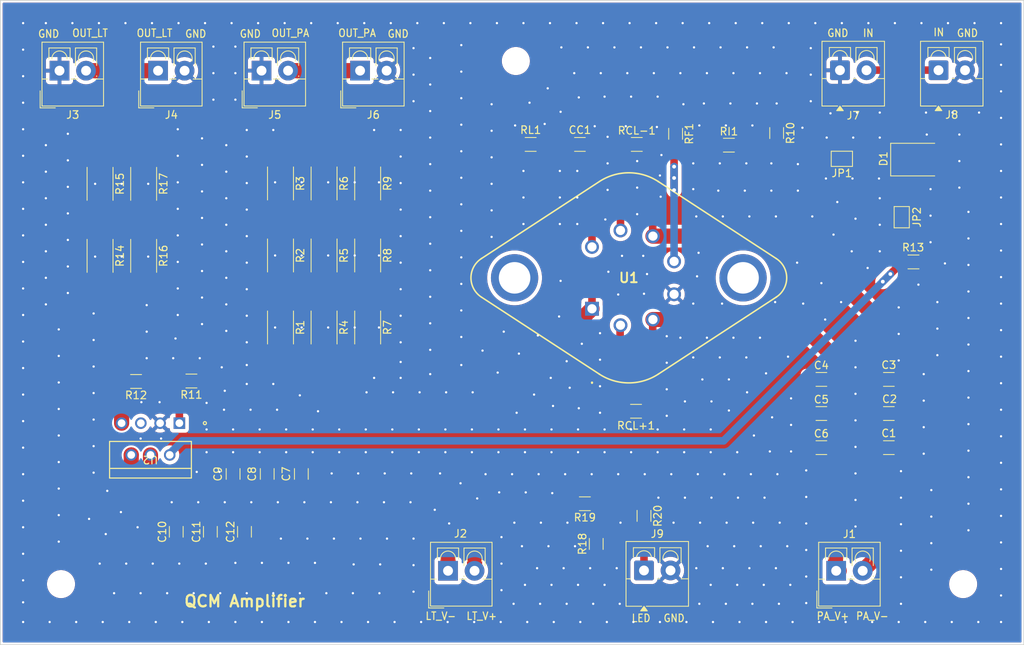
<source format=kicad_pcb>
(kicad_pcb (version 20241229) (generator "pcbnew") (generator_version "9.0")
  (layers (0 "F.Cu" signal) (2 "B.Cu" signal) (13 "F.Paste" user) (15 "B.Paste" user) (5 "F.SilkS" user "F.Silkscreen") (7 "B.SilkS" user "B.Silkscreen") (1 "F.Mask" user) (3 "B.Mask" user) (25 "Edge.Cuts" user))
  (net 0 "")
  (net 1 "-36V")
  (net 2 "GND")
  (net 3 "+36V")
  (net 4 "Net-(U1-CC)")
  (net 5 "/OUT_PA")
  (net 6 "/IN")
  (net 7 "+15V")
  (net 8 "Net-(JP1-B)")
  (net 9 "Net-(JP2-B)")
  (net 10 "Net-(R1-Pad1)")
  (net 11 "Net-(R2-Pad1)")
  (net 12 "Net-(R4-Pad1)")
  (net 13 "Net-(R5-Pad1)")
  (net 14 "Net-(R7-Pad1)")
  (net 15 "Net-(R8-Pad1)")
  (net 16 "Net-(U2-IN-)")
  (net 17 "/OUT_LT")
  (net 18 "Net-(R14-Pad1)")
  (net 19 "Net-(R16-Pad1)")
  (net 20 "Net-(U1-+CL)")
  (net 21 "Net-(U1--CL)")
  (net 22 "Net-(U1--IN)")
  (net 24 "Net-(J9-Pin_1)")
  (net 25 "Net-(R18-Pad2)")
  (net 26 "-15V")
  (net 27 "/OUT_PA_R")
  (net 28 "/OUT_LT_R")
  (footprint "PA119:PA08" (layer "F.Cu") (at 150.44 83.58)
    (property "Reference" "U1")
    (property "Value" "PA119CE" (hide yes))
  )
  (footprint "Resistor_SMD:R_1206_3216Metric_Pad1.30x1.75mm_HandSolder" (layer "F.Cu") (at 156.35 61.9)
    (property "Reference" "RCL-1")
    (property "Value" "R")
  )
  (footprint "MountingHole:MountingHole_3.2mm_M3" (layer "F.Cu") (at 199.4 119.9)
    (property "Reference" "H2" (hide yes))
    (property "Value" "MountingHole")
  )
  (footprint "Resistor_SMD:R_2512_6332Metric_Pad1.40x3.35mm_HandSolder" (layer "F.Cu") (at 85.55 76.6 -90)
    (property "Reference" "R14")
    (property "Value" "50")
  )
  (footprint "Resistor_SMD:R_2512_6332Metric_Pad1.40x3.35mm_HandSolder" (layer "F.Cu") (at 120.85 76.55 -90)
    (property "Reference" "R8")
    (property "Value" "50")
  )
  (footprint "Capacitor_SMD:C_1206_3216Metric_Pad1.33x1.80mm_HandSolder" (layer "F.Cu") (at 104.6 113 90)
    (property "Reference" "C12")
    (property "Value" "10uF")
  )
  (footprint "Resistor_SMD:R_2512_6332Metric_Pad1.40x3.35mm_HandSolder" (layer "F.Cu") (at 115.1 76.55 -90)
    (property "Reference" "R5")
    (property "Value" "50")
  )
  (footprint "TerminalBlock_4Ucon:TerminalBlock_4Ucon_1x02_P3.50mm_Vertical" (layer "F.Cu") (at 80.2 52.175)
    (property "Reference" "J3")
    (property "Value" "Screw_Terminal_01x02")
  )
  (footprint "Resistor_SMD:R_1206_3216Metric_Pad1.30x1.75mm_HandSolder" (layer "F.Cu") (at 97.6 93.1105 180)
    (property "Reference" "R11")
    (property "Value" "220")
  )
  (footprint "LT1210:TO220-7_T_LIT" (layer "F.Cu") (at 96.01 98.6695 180)
    (property "Reference" "U2")
    (property "Value" "LT1210CT7-PBF")
  )
  (footprint "Capacitor_SMD:C_1206_3216Metric_Pad1.33x1.80mm_HandSolder" (layer "F.Cu") (at 180.7 97.4)
    (property "Reference" "C5")
    (property "Value" "100nF")
  )
  (footprint "Capacitor_SMD:C_1206_3216Metric_Pad1.33x1.80mm_HandSolder" (layer "F.Cu") (at 180.7 101.9)
    (property "Reference" "C6")
    (property "Value" "10uF")
  )
  (footprint "Resistor_SMD:R_2512_6332Metric_Pad1.40x3.35mm_HandSolder" (layer "F.Cu") (at 85.55 67.1 -90)
    (property "Reference" "R15")
    (property "Value" "50")
  )
  (footprint "MountingHole:MountingHole_3.2mm_M3" (layer "F.Cu") (at 80.4 119.9)
    (property "Reference" "H1" (hide yes))
    (property "Value" "MountingHole")
  )
  (footprint "TerminalBlock_4Ucon:TerminalBlock_4Ucon_1x02_P3.50mm_Vertical" (layer "F.Cu") (at 196.15 52.1175)
    (property "Reference" "J8")
    (property "Value" "Screw_Terminal_01x02")
  )
  (footprint "Resistor_SMD:R_2512_6332Metric_Pad1.40x3.35mm_HandSolder" (layer "F.Cu") (at 109.35 76.55 -90)
    (property "Reference" "R2")
    (property "Value" "50")
  )
  (footprint "Resistor_SMD:R_2512_6332Metric_Pad1.40x3.35mm_HandSolder" (layer "F.Cu") (at 109.35 67.05 -90)
    (property "Reference" "R3")
    (property "Value" "50")
  )
  (footprint "Resistor_SMD:R_2512_6332Metric_Pad1.40x3.35mm_HandSolder" (layer "F.Cu") (at 120.85 67.05 -90)
    (property "Reference" "R9")
    (property "Value" "50")
  )
  (footprint "TerminalBlock_4Ucon:TerminalBlock_4Ucon_1x02_P3.50mm_Vertical" (layer "F.Cu") (at 182.65 118.145)
    (property "Reference" "J1")
    (property "Value" "Screw_Terminal_01x02")
  )
  (footprint "Diode_SMD:D_SMB" (layer "F.Cu") (at 193.5 63.9)
    (property "Reference" "D1")
    (property "Value" "TVS 10-12V")
  )
  (footprint "Capacitor_SMD:C_1206_3216Metric_Pad1.33x1.80mm_HandSolder" (layer "F.Cu") (at 189.6 92.9 180)
    (property "Reference" "C3")
    (property "Value" "1nF")
  )
  (footprint "MountingHole:MountingHole_3.2mm_M3" (layer "F.Cu") (at 140.4 50.9)
    (property "Reference" "H3" (hide yes))
    (property "Value" "MountingHole")
  )
  (footprint "TerminalBlock_4Ucon:TerminalBlock_4Ucon_1x02_P3.50mm_Vertical" (layer "F.Cu") (at 119.85 52.17)
    (property "Reference" "J6")
    (property "Value" "Screw_Terminal_01x02")
  )
  (footprint "Resistor_SMD:R_2512_6332Metric_Pad1.40x3.35mm_HandSolder" (layer "F.Cu") (at 91.3 67.1 -90)
    (property "Reference" "R17")
    (property "Value" "50")
  )
  (footprint "Resistor_SMD:R_1206_3216Metric_Pad1.30x1.75mm_HandSolder" (layer "F.Cu") (at 90.3 93.1695 180)
    (property "Reference" "R12")
    (property "Value" "680")
  )
  (footprint "Resistor_SMD:R_1206_3216Metric_Pad1.30x1.75mm_HandSolder" (layer "F.Cu") (at 149.5 109.3 180)
    (property "Reference" "R19")
    (property "Value" "1000")
  )
  (footprint "Capacitor_SMD:C_1206_3216Metric_Pad1.33x1.80mm_HandSolder" (layer "F.Cu") (at 148.85 61.9)
    (property "Reference" "CC1")
    (property "Value" "C")
  )
  (footprint "Resistor_SMD:R_1206_3216Metric_Pad1.30x1.75mm_HandSolder" (layer "F.Cu") (at 142.35 61.9 180)
    (property "Reference" "RL1")
    (property "Value" "R")
  )
  (footprint "TerminalBlock_4Ucon:TerminalBlock_4Ucon_1x02_P3.50mm_Vertical" (layer "F.Cu") (at 183.15 52.1175)
    (property "Reference" "J7")
    (property "Value" "Screw_Terminal_01x02")
  )
  (footprint "Resistor_SMD:R_2512_6332Metric_Pad1.40x3.35mm_HandSolder" (layer "F.Cu") (at 115.1 67.05 -90)
    (property "Reference" "R6")
    (property "Value" "50")
  )
  (footprint "TerminalBlock_4Ucon:TerminalBlock_4Ucon_1x02_P3.50mm_Vertical" (layer "F.Cu") (at 93.2 52.175)
    (property "Reference" "J4")
    (property "Value" "Screw_Terminal_01x02")
  )
  (footprint "TerminalBlock_4Ucon:TerminalBlock_4Ucon_1x02_P3.50mm_Vertical" (layer "F.Cu") (at 131.45 118.145)
    (property "Reference" "J2")
    (property "Value" "Screw_Terminal_01x02")
  )
  (footprint "Capacitor_SMD:C_1206_3216Metric_Pad1.33x1.80mm_HandSolder" (layer "F.Cu") (at 112.1 105.3695 -90)
    (property "Reference" "C7")
    (property "Value" "1nF")
  )
  (footprint "Capacitor_SMD:C_1206_3216Metric_Pad1.33x1.80mm_HandSolder" (layer "F.Cu") (at 189.6 101.9 180)
    (property "Reference" "C1")
    (property "Value" "10uF")
  )
  (footprint "Capacitor_SMD:C_1206_3216Metric_Pad1.33x1.80mm_HandSolder" (layer "F.Cu") (at 107.6 105.3695 -90)
    (property "Reference" "C8")
    (property "Value" "100nF")
  )
  (footprint "Capacitor_SMD:C_1206_3216Metric_Pad1.33x1.80mm_HandSolder" (layer "F.Cu") (at 103.1 105.3695 -90)
    (property "Reference" "C9")
    (property "Value" "10uF")
  )
  (footprint "Resistor_SMD:R_1206_3216Metric_Pad1.30x1.75mm_HandSolder" (layer "F.Cu") (at 168.5 62)
    (property "Reference" "RI1")
    (property "Value" "R")
  )
  (footprint "TerminalBlock_4Ucon:TerminalBlock_4Ucon_1x02_P3.50mm_Vertical" (layer "F.Cu") (at 106.85 52.17)
    (property "Reference" "J5")
    (property "Value" "Screw_Terminal_01x02")
  )
  (footprint "Jumper:SolderJumper-2_P1.3mm_Open_TrianglePad1.0x1.5mm" (layer "F.Cu") (at 191.3 71.5 -90)
    (property "Reference" "JP2")
    (property "Value" "Jumper_2_Bridged")
  )
  (footprint "Resistor_SMD:R_1206_3216Metric_Pad1.30x1.75mm_HandSolder" (layer "F.Cu") (at 174.8 60.4 -90)
    (property "Reference" "R10")
    (property "Value" "DNP")
  )
  (footprint "Capacitor_SMD:C_1206_3216Metric_Pad1.33x1.80mm_HandSolder" (layer "F.Cu") (at 100.1 113 90)
    (property "Reference" "C11")
    (property "Value" "100nF")
  )
  (footprint "Capacitor_SMD:C_1206_3216Metric_Pad1.33x1.80mm_HandSolder" (layer "F.Cu") (at 95.6 113 90)
    (property "Reference" "C10")
    (property "Value" "1nF")
  )
  (footprint "Resistor_SMD:R_1206_3216Metric_Pad1.30x1.75mm_HandSolder" (layer "F.Cu") (at 151 114.6 90)
    (property "Reference" "R18")
    (property "Value" "1000")
  )
  (footprint "Resistor_SMD:R_1206_3216Metric_Pad1.30x1.75mm_HandSolder" (layer "F.Cu") (at 156.25 97.1)
    (property "Reference" "RCL+1")
    (property "Value" "R")
  )
  (footprint "Jumper:SolderJumper-2_P1.3mm_Open_TrianglePad1.0x1.5mm" (layer "F.Cu") (at 183.4 63.8 180)
    (property "Reference" "JP1")
    (property "Value" "Jumper_2_Bridged")
  )
  (footprint "Capacitor_SMD:C_1206_3216Metric_Pad1.33x1.80mm_HandSolder" (layer "F.Cu") (at 189.6 97.4 180)
    (property "Reference" "C2")
    (property "Value" "100nF")
  )
  (footprint "Resistor_SMD:R_1206_3216Metric_Pad1.30x1.75mm_HandSolder" (layer "F.Cu") (at 192.85 77.4 180)
    (property "Reference" "R13")
    (property "Value" "DNP")
  )
  (footprint "Resistor_SMD:R_1206_3216Metric_Pad1.30x1.75mm_HandSolder" (layer "F.Cu") (at 157.3 110.9 -90)
    (property "Reference" "R20")
    (property "Value" "1000")
  )
  (footprint "Capacitor_SMD:C_1206_3216Metric_Pad1.33x1.80mm_HandSolder" (layer "F.Cu") (at 180.7 92.9)
    (property "Reference" "C4")
    (property "Value" "1nF")
  )
  (footprint "Resistor_SMD:R_2512_6332Metric_Pad1.40x3.35mm_HandSolder" (layer "F.Cu") (at 120.85 86.05 -90)
    (property "Reference" "R7")
    (property "Value" "50")
  )
  (footprint "Resistor_SMD:R_2512_6332Metric_Pad1.40x3.35mm_HandSolder" (layer "F.Cu") (at 115.1 86.05 -90)
    (property "Reference" "R4")
    (property "Value" "50")
  )
  (footprint "Resistor_SMD:R_2512_6332Metric_Pad1.40x3.35mm_HandSolder" (layer "F.Cu") (at 109.35 86.05 -90)
    (property "Reference" "R1")
    (property "Value" "50")
  )
  (footprint "Resistor_SMD:R_2512_6332Metric_Pad1.40x3.35mm_HandSolder" (layer "F.Cu") (at 91.3 76.6 -90)
    (property "Reference" "R16")
    (property "Value" "50")
  )
  (footprint "TerminalBlock_4Ucon:TerminalBlock_4Ucon_1x02_P3.50mm_Vertical" (layer "F.Cu") (at 157.3 118.1)
    (property "Reference" "J9")
    (property "Value" "Screw_Terminal_01x02")
  )
  (footprint "Resistor_SMD:R_1206_3216Metric_Pad1.30x1.75mm_HandSolder" (layer "F.Cu") (at 161.47 60.5 -90)
    (property "Reference" "RF1")
    (property "Value" "R")
  )
  (gr_rect (start 72.4 42.9) (end 207.4 127.9) (stroke (width 0.1)) (fill no) (layer "Edge.Cuts"))
  (gr_text "GND\n" (at 77.3 47.9 0) (layer "F.SilkS") (effects (font (size 1 0.9)) (justify left bottom)))
  (gr_text "OUT_LT" (at 90.3 47.8 0) (layer "F.SilkS") (effects (font (size 1 0.9)) (justify left bottom)))
  (gr_text "LT_V-" (at 128.4 124.7 0) (layer "F.SilkS") (effects (font (size 1 0.9)) (justify left bottom)))
  (gr_text "GND\n" (at 103.9 47.9 0) (layer "F.SilkS") (effects (font (size 1 0.9)) (justify left bottom)))
  (gr_text "GND" (at 198.5 47.8 0) (layer "F.SilkS") (effects (font (size 1 0.9)) (justify left bottom)))
  (gr_text "LED" (at 155.6 124.9825 0) (layer "F.SilkS") (effects (font (size 1 0.9)) (justify left bottom)))
  (gr_text "PA_V+" (at 180 124.7 0) (layer "F.SilkS") (effects (font (size 1 0.9)) (justify left bottom)))
  (gr_text "GND" (at 181.4 47.8 0) (layer "F.SilkS") (effects (font (size 1 0.9)) (justify left bottom)))
  (gr_text "QCM Amplifier" (at 96.5 123.0375 0) (layer "F.SilkS") (effects (font (size 1.5 1.5) (thickness 0.3) (bold yes)) (justify left bottom)))
  (gr_text "OUT_LT" (at 81.8 47.8 0) (layer "F.SilkS") (effects (font (size 1 0.9)) (justify left bottom)))
  (gr_text "LT_V+" (at 133.8 124.7 0) (layer "F.SilkS") (effects (font (size 1 0.9)) (justify left bottom)))
  (gr_text "GND" (at 159.8 124.9825 0) (layer "F.SilkS") (effects (font (size 1 0.9)) (justify left bottom)))
  (gr_text "GND\n" (at 123.4 47.9 0) (layer "F.SilkS") (effects (font (size 1 0.9)) (justify left bottom)))
  (gr_text "PA_V-" (at 185.2 124.7 0) (layer "F.SilkS") (effects (font (size 1 0.9)) (justify left bottom)))
  (gr_text "IN" (at 186.1 47.8 0) (layer "F.SilkS") (effects (font (size 1 0.9)) (justify left bottom)))
  (gr_text "GND\n" (at 96.7 47.9 0) (layer "F.SilkS") (effects (font (size 1 0.9)) (justify left bottom)))
  (gr_text "IN" (at 195.4 47.7 0) (layer "F.SilkS") (effects (font (size 1 0.9)) (justify left bottom)))
  (gr_text "OUT_PA" (at 108.1 47.8 0) (layer "F.SilkS") (effects (font (size 1 0.9)) (justify left bottom)))
  (gr_text "OUT_PA" (at 116.9 47.8 0) (layer "F.SilkS") (effects (font (size 1 0.9)) (justify left bottom)))
  (segment (start 158.45 70.3) (end 158.45 73.97) (width 1) (layer "F.Cu") (net 1))
  (segment (start 158.48 74) (end 177.2 74) (width 2) (layers "F.Cu" "F.Mask") (net 1))
  (segment (start 157.87 62.22) (end 157.87 69.72) (width 1) (layer "F.Cu") (net 1))
  (segment (start 158.45 73.97) (end 158.48 74) (width 1) (layer "F.Cu") (net 1))
  (segment (start 187.7375 84.5375) (end 187.7375 116.5575) (width 2) (layers "F.Cu" "F.Mask") (net 1))
  (segment (start 177.2 74) (end 187.7375 84.5375) (width 2) (layers "F.Cu" "F.Mask") (net 1))
  (segment (start 157.87 69.72) (end 158.45 70.3) (width 1) (layer "F.Cu") (net 1))
  (segment (start 187.7375 116.5575) (end 186.15 118.145) (width 2) (layers "F.Cu" "F.Mask") (net 1))
  (segment (start 157.82 62.17) (end 157.87 62.22) (width 1) (layer "F.Cu") (net 1))
  (via (at 177.6 64.5) (size 0.6) (drill 0.3) (layers "F.Cu" "B.Cu") (net 2))
  (via (at 204.4 114.4) (size 0.6) (drill 0.3) (layers "F.Cu" "B.Cu") (net 2))
  (via (at 170.8 64.4) (size 0.6) (drill 0.3) (layers "F.Cu" "B.Cu") (net 2))
  (via (at 102.2 65.5) (size 0.6) (drill 0.3) (layers "F.Cu" "B.Cu") (net 2))
  (via (at 198.9 64.1) (size 0.6) (drill 0.3) (layers "F.Cu" "B.Cu") (net 2))
  (via (at 178.7 118.9) (size 0.6) (drill 0.3) (layers "F.Cu" "B.Cu") (net 2))
  (via (at 151.5 86.8) (size 0.6) (drill 0.3) (layers "F.Cu" "B.Cu") (net 2))
  (via (at 75.4 84.4) (size 0.6) (drill 0.3) (layers "F.Cu" "B.Cu") (net 2))
  (via (at 204.4 65.4) (size 0.6) (drill 0.3) (layers "F.Cu" "B.Cu") (net 2))
  (via (at 152.1 120) (size 0.6) (drill 0.3) (layers "F.Cu" "B.Cu") (net 2))
  (via (at 174.2 97.9) (size 0.6) (drill 0.3) (layers "F.Cu" "B.Cu") (net 2))
  (via (at 127.7 94.6) (size 0.6) (drill 0.3) (layers "F.Cu" "B.Cu") (net 2))
  (via (at 136.4 105.4) (size 0.6) (drill 0.3) (layers "F.Cu" "B.Cu") (net 2))
  (via (at 119.5 109.1) (size 0.6) (drill 0.3) (layers "F.Cu" "B.Cu") (net 2))
  (via (at 167.3 64.4) (size 0.6) (drill 0.3) (layers "F.Cu" "B.Cu") (net 2))
  (via (at 115.64 86.05) (size 0.6) (drill 0.3) (layers "F.Cu" "B.Cu") (net 2))
  (via (at 166.1 102.5) (size 0.6) (drill 0.3) (layers "F.Cu" "B.Cu") (net 2))
  (via (at 204.4 96.9) (size 0.6) (drill 0.3) (layers "F.Cu" "B.Cu") (net 2))
  (via (at 183.9 124.9) (size 0.6) (drill 0.3) (layers "F.Cu" "B.Cu") (net 2))
  (via (at 188.3 66.4) (size 0.6) (drill 0.3) (layers "F.Cu" "B.Cu") (net 2))
  (via (at 133.2 52.3) (size 0.6) (drill 0.3) (layers "F.Cu" "B.Cu") (net 2))
  (via (at 85.5 117.2) (size 0.6) (drill 0.3) (layers "F.Cu" "B.Cu") (net 2))
  (via (at 113.9 124.9) (size 0.6) (drill 0.3) (layers "F.Cu" "B.Cu") (net 2))
  (via (at 159.4 124.9) (size 0.6) (drill 0.3) (layers "F.Cu" "B.Cu") (net 2))
  (via (at 164.5 76.2) (size 0.6) (drill 0.3) (layers "F.Cu" "B.Cu") (net 2))
  (via (at 102.2 72.5) (size 0.6) (drill 0.3) (layers "F.Cu" "B.Cu") (net 2))
  (via (at 99 78.6) (size 0.6) (drill 0.3) (layers "F.Cu" "B.Cu") (net 2))
  (via (at 169.6 120) (size 0.6) (drill 0.3) (layers "F.Cu" "B.Cu") (net 2))
  (via (at 191.2 108.5) (size 0.6) (drill 0.3) (layers "F.Cu" "B.Cu") (net 2))
  (via (at 160.3 87.2) (size 0.6) (drill 0.3) (layers "F.Cu" "B.Cu") (net 2))
  (via (at 81.3 71) (size 0.6) (drill 0.3) (layers "F.Cu" "B.Cu") (net 2))
  (via (at 142.2 56.4) (size 0.6) (drill 0.3) (layers "F.Cu" "B.Cu") (net 2))
  (via (at 75.4 101.9) (size 0.6) (drill 0.3) (layers "F.Cu" "B.Cu") (net 2))
  (via (at 200.1 102.3) (size 0.6) (drill 0.3) (layers "F.Cu" "B.Cu") (net 2))
  (via (at 133.2 55.8) (size 0.6) (drill 0.3) (layers "F.Cu" "B.Cu") (net 2))
  (via (at 99 75.1) (size 0.6) (drill 0.3) (layers "F.Cu" "B.Cu") (net 2))
  (via (at 157.2 76.6) (size 0.6) (drill 0.3) (layers "F.Cu" "B.Cu") (net 2))
  (via (at 204.4 82.9) (size 0.6) (drill 0.3) (layers "F.Cu" "B.Cu") (net 2))
  (via (at 152.4 124.9) (size 0.6) (drill 0.3) (layers "F.Cu" "B.Cu") (net 2))
  (via (at 140.1 122.5) (size 0.6) (drill 0.3) (layers "F.Cu" "B.Cu") (net 2))
  (via (at 170.9 94.6) (size 0.6) (drill 0.3) (layers "F.Cu" "B.Cu") (net 2))
  (via (at 171.2 117.8) (size 0.6) (drill 0.3) (layers "F.Cu" "B.Cu") (net 2))
  (via (at 75.4 119.4) (size 0.6) (drill 0.3) (layers "F.Cu" "B.Cu") (net 2))
  (via (at 134.4 45.9) (size 0.6) (drill 0.3) (layers "F.Cu" "B.Cu") (net 2))
  (via (at 126.6 105.3) (size 0.6) (drill 0.3) (layers "F.Cu" "B.Cu") (net 2))
  (via (at 185.2 91.3) (size 0.6) (drill 0.3) (layers "F.Cu" "B.Cu") (net 2))
  (via (at 184.8 66.4) (size 0.6) (drill 0.3) (layers "F.Cu" "B.Cu") (net 2))
  (via (at 170.8 90) (size 0.6) (drill 0.3) (layers "F.Cu" "B.Cu") (net 2))
  (via (at 137.2 74.1) (size 0.6) (drill 0.3) (layers "F.Cu" "B.Cu") (net 2))
  (via (at 108.64 76.55) (size 0.6) (drill 0.3) (layers "F.Cu" "B.Cu") (net 2))
  (via (at 148.6 99.5) (size 0.6) (drill 0.3) (layers "F.Cu" "B.Cu") (net 2))
  (via (at 191.2 112) (size 0.6) (drill 0.3) (layers "F.Cu" "B.Cu") (net 2))
  (via (at 177.5 77.5) (size 0.6) (drill 0.3) (layers "F.Cu" "B.Cu") (net 2))
  (via (at 162.1 87.4) (size 0.6) (drill 0.3) (layers "F.Cu" "B.Cu") (net 2))
  (via (at 75.4 87.9) (size 0.6) (drill 0.3) (layers "F.Cu" "B.Cu") (net 2))
  (via (at 146.2 68.9) (size 0.6) (drill 0.3) (layers "F.Cu" "B.Cu") (net 2))
  (via (at 99 85.6) (size 0.6) (drill 0.3) (layers "F.Cu" "B.Cu") (net 2))
  (via (at 160.9 105.4) (size 0.6) (drill 0.3) (layers "F.Cu" "B.Cu") (net 2))
  (via (at 200.1 70.8) (size 0.6) (drill 0.3) (layers "F.Cu" "B.Cu") (net 2))
  (via (at 193.5 80.4) (size 0.6) (drill 0.3) (layers "F.Cu" "B.Cu") (net 2))
  (via (at 133.2 87.3) (size 0.6) (drill 0.3) (layers "F.Cu" "B.Cu") (net 2))
  (via (at 156.4 67.6) (size 0.6) (drill 0.3) (layers "F.Cu" "B.Cu") (net 2))
  (via (at 127.4 45.9) (size 0.6) (drill 0.3) (layers "F.Cu" "B.Cu") (net 2))
  (via (at 119.14 76.55) (size 0.6) (drill 0.3) (layers "F.Cu" "B.Cu") (net 2))
  (via (at 116.1 105.3) (size 0.6) (drill 0.3) (layers "F.Cu" "B.Cu") (net 2))
  (via (at 112.9 113.9) (size 0.6) (drill 0.3) (layers "F.Cu" "B.Cu") (net 2))
  (via (at 88.9 45.9) (size 0.6) (drill 0.3) (layers "F.Cu" "B.Cu") (net 2))
  (via (at 164.3 79.3) (size 0.6) (drill 0.3) (layers "F.Cu" "B.Cu") (net 2))
  (via (at 125.2 90.6) (size 0.6) (drill 0.3) (layers "F.Cu" "B.Cu") (net 2))
  (via (at 174.4 49.1) (size 0.6) (drill 0.3) (layers "F.Cu" "B.Cu") (net 2))
  (via (at 126.9 120.9) (size 0.6) (drill 0.3) (layers "F.Cu" "B.Cu") (net 2))
  (via (at 188.4 76) (size 0.6) (drill 0.3) (layers "F.Cu" "B.Cu") (net 2))
  (via (at 125.2 88) (size 0.6) (drill 0.3) (layers "F.Cu" "B.Cu") (net 2))
  (via (at 157.4 105.4) (size 0.6) (drill 0.3) (layers "F.Cu" "B.Cu") (net 2))
  (via (at 200.1 95.3) (size 0.6) (drill 0.3) (layers "F.Cu" "B.Cu") (net 2))
  (via (at 133.2 91) (size 0.6) (drill 0.3) (layers "F.Cu" "B.Cu") (net 2))
  (via (at 137.9 45.9) (size 0.6) (drill 0.3) (layers "F.Cu" "B.Cu") (net 2))
  (via (at 117.4 124.9) (size 0.6) (drill 0.3) (layers "F.Cu" "B.Cu") (net 2))
  (via (at 129.7 110.1) (size 0.6) (drill 0.3) (layers "F.Cu" "B.Cu") (net 2))
  (via (at 148.9 124.9) (size 0.6) (drill 0.3) (layers "F.Cu" "B.Cu") (net 2))
  (via (at 148.7 96.7) (size 0.6) (drill 0.3) (layers "F.Cu" "B.Cu") (net 2))
  (via (at 179.3 52.7) (size 0.6) (drill 0.3) (layers "F.Cu" "B.Cu") (net 2))
  (via (at 169.4 45.9) (size 0.6) (drill 0.3) (layers "F.Cu" "B.Cu") (net 2))
  (via (at 84.9 76.7) (size 0.6) (drill 0.3) (layers "F.Cu" "B.Cu") (net 2))
  (via (at 108.4 93.5) (size 0.6) (drill 0.3) (layers "F.Cu" "B.Cu") (net 2))
  (via (at 167.7 117.8) (size 0.6) (drill 0.3) (layers "F.Cu" "B.Cu") (net 2))
  (via (at 81.3 60.5) (size 0.6) (drill 0.3) (layers "F.Cu" "B.Cu") (net 2))
  (via (at 137.2 63.6) (size 0.6) (drill 0.3) (layers "F.Cu" "B.Cu") (net 2))
  (via (at 159 59.6) (size 0.6) (drill 0.3) (layers "F.Cu" "B.Cu") (net 2))
  (via (at 148.5 68.9) (size 0.6) (drill 0.3) (layers "F.Cu" "B.Cu") (net 2))
  (via (at 191.2 122.5) (size 0.6) (drill 0.3) (layers "F.Cu" "B.Cu") (net 2))
  (via (at 197.9 124.9) (size 0.6) (drill 0.3) (layers "F.Cu" "B.Cu") (net 2))
  (via (at 195.2 111) (size 0.6) (drill 0.3) (layers "F.Cu" "B.Cu") (net 2))
  (via (at 179.9 45.9) (size 0.6) (drill 0.3) (layers "F.Cu" "B.Cu") (net 2))
  (via (at 148.2 114.9) (size 0.6) (drill 0.3) (layers "F.Cu" "B.Cu") (net 2))
  (via (at 110.1 102.5) (size 0.6) (drill 0.3) (layers "F.Cu" "B.Cu") (net 2))
  (via (at 87.4 121.1) (size 0.6) (drill 0.3) (layers "F.Cu" "B.Cu") (net 2))
  (via (at 99 82.1) (size 0.6) (drill 0.3) (layers "F.Cu" "B.Cu") (net 2))
  (via (at 81.9 45.9) (size 0.6) (drill 0.3) (layers "F.Cu" "B.Cu") (net 2))
  (via (at 166.1 99.5) (size 0.6) (drill 0.3) (layers "F.Cu" "B.Cu") (net 2))
  (via (at 198 57.7) (size 0.6) (drill 0.3) (layers "F.Cu" "B.Cu") (net 2))
  (via (at 131.2 94.6) (size 0.6) (drill 0.3) (layers "F.Cu" "B.Cu") (net 2))
  (via (at 162.7 108.5) (size 0.6) (drill 0.3) (layers "F.Cu" "B.Cu") (net 2))
  (via (at 163.8 90) (size 0.6) (drill 0.3) (layers "F.Cu" "B.Cu") (net 2))
  (via (at 80.1 107.3) (size 0.6) (drill 0.3) (layers "F.Cu" "B.Cu") (net 2))
  (via (at 75.4 77.4) (size 0.6) (drill 0.3) (layers "F.Cu" "B.Cu") (net 2))
  (via (at 195.1 74.8) (size 0.6) (drill 0.3) (layers "F.Cu" "B.Cu") (net 2))
  (via (at 170.6 68) (size 0.6) (drill 0.3) (layers "F.Cu" "B.Cu") (net 2))
  (via (at 125.2 92.7) (size 0.6) (drill 0.3) (layers "F.Cu" "B.Cu") (net 2))
  (via (at 152.1 55.6) (size 0.6) (drill 0.3) (layers "F.Cu" "B.Cu") (net 2))
  (via (at 99 61.1) (size 0.6) (drill 0.3) (layers "F.Cu" "B.Cu") (net 2))
  (via (at 112.14 76.55) (size 0.6) (drill 0.3) (layers "F.Cu" "B.Cu") (net 2))
  (via (at 191.2 119) (size 0.6) (drill 0.3) (layers "F.Cu" "B.Cu") (net 2))
  (via (at 99 68.1) (size 0.6) (drill 0.3) (layers "F.Cu" "B.Cu") (net 2))
  (via (at 186.9 45.9) (size 0.6) (drill 0.3) (layers "F.Cu" "B.Cu") (net 2))
  (via (at 178.7 115.4) (size 0.6) (drill 0.3) (layers "F.Cu" "B.Cu") (net 2))
  (via (at 165 92.9) (size 0.6) (drill 0.3) (layers "F.Cu" "B.Cu") (net 2))
  (via (at 163.8 67.8) (size 0.6) (drill 0.3) (layers "F.Cu" "B.Cu") (net 2))
  (via (at 80.1 103.8) (size 0.6) (drill 0.3) (layers "F.Cu" "B.Cu") (net 2))
  (via (at 134.9 124.9) (size 0.6) (drill 0.3) (layers "F.Cu" "B.Cu") (net 2))
  (via (at 104.9 93.5) (size 0.6) (drill 0.3) (layers "F.Cu" "B.Cu") (net 2))
  (via (at 168.2 111.8) (size 0.6) (drill 0.3) (layers "F.Cu" "B.Cu") (net 2))
  (via (at 159.1 99.5) (size 0.6) (drill 0.3) (layers "F.Cu" "B.Cu") (net 2))
  (via (at 172.6 52.5) (size 0.6) (drill 0.3) (layers "F.Cu" "B.Cu") (net 2))
  (via (at 145.2 107.9) (size 0.6) (drill 0.3) (layers "F.Cu" "B.Cu") (net 2))
  (via (at 122.34 86.05) (size 0.6) (drill 0.3) (layers "F.Cu" "B.Cu") (net 2))
  (via (at 153.9 105.4) (size 0.6) (drill 0.3) (layers "F.Cu" "B.Cu") (net 2))
  (via (at 159.1 55.6) (size 0.6) (drill 0.3) (layers "F.Cu" "B.Cu") (net 2))
  (via (at 154.2 111.8) (size 0.6) (drill 0.3) (layers "F.Cu" "B.Cu") (net 2))
  (via (at 193.9 45.9) (size 0.6) (drill 0.3) (layers "F.Cu" "B.Cu") (net 2))
  (via (at 123 109.1) (size 0.6) (drill 0.3) (layers "F.Cu" "B.Cu") (net 2))
  (via (at 184.9 61) (size 0.6) (drill 0.3) (layers "F.Cu" "B.Cu") (net 2))
  (via (at 204.4 45.9) (size 0.6) (drill 0.3) (layers "F.Cu" "B.Cu") (net 2))
  (via (at 169.1 52.5) (size 0.6) (drill 0.3) (layers "F.Cu" "B.Cu") (net 2))
  (via (at 152.5 60.9) (size 0.6) (drill 0.3) (layers "F.Cu" "B.Cu") (net 2))
  (via (at 92.9 124.9) (size 0.6) (drill 0.3) (layers "F.Cu" "B.Cu") (net 2))
  (via (at 148.4 45.9) (size 0.6) (drill 0.3) (layers "F.Cu" "B.Cu") (net 2))
  (via (at 129.1 50.5) (size 0.6) (drill 0.3) (layers "F.Cu" "B.Cu") (net 2))
  (via (at 164.6 122.5) (size 0.6) (drill 0.3) (layers "F.Cu" "B.Cu") (net 2))
  (via (at 150.8 59.5) (size 0.6) (drill 0.3) (layers "F.Cu" "B.Cu") (net 2))
  (via (at 168.5 92.9) (size 0.6) (drill 0.3) (layers "F.Cu" "B.Cu") (net 2))
  (via (at 140.2 111.8) (size 0.6) (drill 0.3) (layers "F.Cu" "B.Cu") (net 2))
  (via (at 75.4 63.4) (size 0.6) (drill 0.3) (layers "F.Cu" "B.Cu") (net 2))
  (via (at 125.2 63.5) (size 0.6) (drill 0.3) (layers "F.Cu" "B.Cu") (net 2))
  (via (at 130.4 105.3) (size 0.6) (drill 0.3) (layers "F.Cu" "B.Cu") (net 2))
  (via (at 81.3 81.5) (size 0.6) (drill 0.3) (layers "F.Cu" "B.Cu") (net 2))
  (via (at 171.6 122.5) (size 0.6) (drill 0.3) (layers "F.Cu" "B.Cu") (net 2))
  (via (at 138.5 120.7) (size 0.6) (drill 0.3) (layers "F.Cu" "B.Cu") (net 2))
  (via (at 133.2 62.8) (size 0.6) (drill 0.3) (layers "F.Cu" "B.Cu") (net 2))
  (via (at 153.7 117.8) (size 0.6) (drill 0.3) (layers "F.Cu" "B.Cu") (net 2))
  (via (at 174.7 117.8) (size 0.6) (drill 0.3) (layers "F.Cu" "B.Cu") (net 2))
  (via (at 194.2 99.2) (size 0.6) (drill 0.3) (layers "F.Cu" "B.Cu") (net 2))
  (via (at 168.5 97) (size 0.6) (drill 0.3) (layers "F.Cu" "B.Cu") (net 2))
  (via (at 80.1 114.3) (size 0.6) (drill 0.3) (layers "F.Cu" "B.Cu") (net 2))
  (via (at 116.9 45.9) (size 0.6) (drill 0.3) (layers "F.Cu" "B.Cu") (net 2))
  (via (at 104.9 91) (size 0.6) (drill 0.3) (layers "F.Cu" "B.Cu") (net 2))
  (via (at 167.4 49.1) (size 0.6) (drill 0.3) (layers "F.Cu" "B.Cu") (net 2))
  (via (at 95.8 73.9) (size 0.6) (drill 0.3) (layers "F.Cu" "B.Cu") (net 2))
  (via (at 78.4 62) (size 0.6) (drill 0.3) (layers "F.Cu" "B.Cu") (net 2))
  (via (at 123.4 113.9) (size 0.6) (drill 0.3) (layers "F.Cu" "B.Cu") (net 2))
  (via (at 116 109.1) (size 0.6) (drill 0.3) (layers "F.Cu" "B.Cu") (net 2))
  (via (at 126.9 49.2) (size 0.6) (drill 0.3) (layers "F.Cu" "B.Cu") (net 2))
  (via (at 89.4 124.9) (size 0.6) (drill 0.3) (layers "F.Cu" "B.Cu") (net 2))
  (via (at 84.9 67.1) (size 0.6) (drill 0.3) (layers "F.Cu" "B.Cu") (net 2))
  (via (at 78.4 83) (size 0.6) (drill 0.3) (layers "F.Cu" "B.Cu") (net 2))
  (via (at 102.2 83) (size 0.6) (drill 0.3) (layers "F.Cu" "B.Cu") (net 2))
  (via (at 131.4 124.9) (size 0.6) (drill 0.3) (layers "F.Cu" "B.Cu") (net 2))
  (via (at 159.6 63.3) (size 0.6) (drill 0.3) (layers "F.Cu" "B.Cu") (net 2))
  (via (at 156.4 71.1) (size 0.6) (drill 0.3) (layers "F.Cu" "B.Cu") (net 2))
  (via (at 75.4 52.9) (size 0.6) (drill 0.3) (layers "F.Cu" "B.Cu") (net 2))
  (via (at 134.6 102.5) (size 0.6) (drill 0.3) (layers "F.Cu" "B.Cu") (net 2))
  (via (at 159.2 108.5) (size 0.6) (drill 0.3) (layers "F.Cu" "B.Cu") (net 2))
  (via (at 103.1 102.5) (size 0.6) (drill 0.3) (layers "F.Cu" "B.Cu") (net 2))
  (via (at 153.4 49.1) (size 0.6) (drill 0.3) (layers "F.Cu" "B.Cu") (net 2))
  (via (at 88.4 67.1) (size 0.6) (drill 0.3) (layers "F.Cu" "B.Cu") (net 2))
  (via (at 176.6 120) (size 0.6) (drill 0.3) (layers "F.Cu" "B.Cu") (net 2))
  (via (at 178.7 122.4) (size 0.6) (drill 0.3) (layers "F.Cu" "B.Cu") (net 2))
  (via (at 91 95.9) (size 0.6) (drill 0.3) (layers "F.Cu" "B.Cu") (net 2))
  (via (at 75.4 70.4) (size 0.6) (drill 0.3) (layers "F.Cu" "B.Cu") (net 2))
  (via (at 95.8 80.9) (size 0.6) (drill 0.3) (layers "F.Cu" "B.Cu") (net 2))
  (via (at 154.9 59.5) (size 0.6) (drill 0.3) (layers "F.Cu" "B.Cu") (net 2))
  (via (at 123.1 105.3) (size 0.6) (drill 0.3) (layers "F.Cu" "B.Cu") (net 2))
  (via (at 100.5 49) (size 0.6) (drill 0.3) (layers "F.Cu" "B.Cu") (net 2))
  (via (at 125.2 84.5) (size 0.6) (drill 0.3) (layers "F.Cu" "B.Cu") (net 2))
  (via (at 117.1 99.5) (size 0.6) (drill 0.3) (layers "F.Cu" "B.Cu") (net 2))
  (via (at 108.9 96.9) (size 0.6) (drill 0.3) (layers "F.Cu" "B.Cu") (net 2))
  (via (at 75.4 73.9) (size 0.6) (drill 0.3) (layers "F.Cu" "B.Cu") (net 2))
  (via (at 147.1 122.5) (size 0.6) (drill 0.3) (layers "F.Cu" "B.Cu") (net 2))
  (via (at 139.9 105.4) (size 0.6) (drill 0.3) (layers "F.Cu" "B.Cu") (net 2))
  (via (at 141.4 72.4) (size 0.6) (drill 0.3) (layers "F.Cu" "B.Cu") (net 2))
  (via (at 102.2 79.5) (size 0.6) (drill 0.3) (layers "F.Cu" "B.Cu") (net 2))
  (via (at 125.2 77.5) (size 0.6) (drill 0.3) (layers "F.Cu" "B.Cu") (net 2))
  (via (at 197.4 45.9) (size 0.6) (drill 0.3) (layers "F.Cu" "B.Cu") (net 2))
  (via (at 198.9 67.6) (size 0.6) (drill 0.3) (layers "F.Cu" "B.Cu") (net 2))
  (via (at 84.7 94.7) (size 0.6) (drill 0.3) (layers "F.Cu" "B.Cu") (net 2))
  (via (at 200.1 112.8) (size 0.6) (drill 0.3) (layers "F.Cu" "B.Cu") (net 2))
  (via (at 165.6 52.5) (size 0.6) (drill 0.3) (layers "F.Cu" "B.Cu") (net 2))
  (via (at 185.2 98.3) (size 0.6) (drill 0.3) (layers "F.Cu" "B.Cu") (net 2))
  (via (at 75.4 105.4) (size 0.6) (drill 0.3) (layers "F.Cu" "B.Cu") (net 2))
  (via (at 173.4 92.1) (size 0.6) (drill 0.3) (layers "F.Cu" "B.Cu") (net 2))
  (via (at 178.7 108.4) (size 0.6) (drill 0.3) (layers "F.Cu" "B.Cu") (net 2))
  (via (at 175.2 111.8) (size 0.6) (drill 0.3) (layers "F.Cu" "B.Cu") (net 2))
  (via (at 146.3 79.9) (size 0.6) (drill 0.3) (layers "F.Cu" "B.Cu") (net 2))
  (via (at 129.1 92.2) (size 0.6) (drill 0.3) (layers "F.Cu" "B.Cu") (net 2))
  (via (at 138.4 124.9) (size 0.6) (drill 0.3) (layers "F.Cu" "B.Cu") (net 2))
  (via (at 204.4 103.9) (size 0.6) (drill 0.3) (layers "F.Cu" "B.Cu") (net 2))
  (via (at 174.1 64.4) (size 0.6) (drill 0.3) (layers "F.Cu" "B.Cu") (net 2))
  (via (at 78.4 65.5) (size 0.6) (drill 0.3) (layers "F.Cu" "B.Cu") (net 2))
  (via (at 75.4 94.9) (size 0.6) (drill 0.3) (layers "F.Cu" "B.Cu") (net 2))
  (via (at 194.4 124.9) (size 0.6) (drill 0.3) (layers "F.Cu" "B.Cu") (net 2))
  (via (at 115.64 66.9) (size 0.6) (drill 0.3) (layers "F.Cu" "B.Cu") (net 2))
  (via (at 75.4 115.9) (size 0.6) (drill 0.3) (layers "F.Cu" "B.Cu") (net 2))
  (via (at 126.5 109.1) (size 0.6) (drill 0.3) (layers "F.Cu" "B.Cu") (net 2))
  (via (at 204.4 86.4) (size 0.6) (drill 0.3) (layers "F.Cu" "B.Cu") (net 2))
  (via (at 159.1 102.5) (size 0.6) (drill 0.3) (layers "F.Cu" "B.Cu") (net 2))
  (via (at 151.5 93.8) (size 0.6) (drill 0.3) (layers "F.Cu" "B.Cu") (net 2))
  (via (at 89 117.2) (size 0.6) (drill 0.3) (layers "F.Cu" "B.Cu") (net 2))
  (via (at 165.6 87.4) (size 0.6) (drill 0.3) (layers "F.Cu" "B.Cu") (net 2))
  (via (at 145 92.7) (size 0.6) (drill 0.3) (layers "F.Cu" "B.Cu") (net 2))
  (via (at 84.7 98.2) (size 0.6) (drill 0.3) (layers "F.Cu" "B.Cu") (net 2))
  (via (at 194.5 57.7) (size 0.6) (drill 0.3) (layers "F.Cu" "B.Cu") (net 2))
  (via (at 106.9 117.1) (size 0.6) (drill 0.3) (layers "F.Cu" "B.Cu") (net 2))
  (via (at 155.6 99.5) (size 0.6) (drill 0.3) (layers "F.Cu" "B.Cu") (net 2))
  (via (at 104.9 84.5) (size 0.6) (drill 0.3) (layers "F.Cu" "B.Cu") (net 2))
  (via (at 162.6 99.5) (size 0.6) (drill 0.3) (layers "F.Cu" "B.Cu") (net 2))
  (via (at 204.4 79.4) (size 0.6) (drill 0.3) (layers "F.Cu" "B.Cu") (net 2))
  (via (at 141.4 68.9) (size 0.6) (drill 0.3) (layers "F.Cu" "B.Cu") (net 2))
  (via (at 152.1 102.5) (size 0.6) (drill 0.3) (layers "F.Cu" "B.Cu") (net 2))
  (via (at 176.4 45.9) (size 0.6) (drill 0.3) (layers "F.Cu" "B.Cu") (net 2))
  (via (at 134.7 94.6) (size 0.6) (drill 0.3) (layers "F.Cu" "B.Cu") (net 2))
  (via (at 100.5 52.5) (size 0.6) (drill 0.3) (layers "F.Cu" "B.Cu") (net 2))
  (via (at 78.4 79.5) (size 0.6) (drill 0.3) (layers "F.Cu" "B.Cu") (net 2))
  (via (at 137.2 56.6) (size 0.6) (drill 0.3) (layers "F.Cu" "B.Cu") (net 2))
  (via (at 156.9 49.1) (size 0.6) (drill 0.3) (layers "F.Cu" "B.Cu") (net 2))
  (via (at 168.1 59.4) (size 0.6) (drill 0.3) (layers "F.Cu" "B.Cu") (net 2))
  (via (at 96.4 124.9) (size 0.6) (drill 0.3) (layers "F.Cu" "B.Cu") (net 2))
  (via (at 143.2 117.8) (size 0.6) (drill 0.3) (layers "F.Cu" "B.Cu") (net 2))
  (via (at 186.8 78.2) (size 0.6) (drill 0.3) (layers "F.Cu" "B.Cu") (net 2))
  (via (at 169.2 114.9) (size 0.6) (drill 0.3) (layers "F.Cu" "B.Cu") (net 2))
  (via (at 138 92) (size 0.6) (drill 0.3) (layers "F.Cu" "B.Cu") (net 2))
  (via (at 120.9 124.9) (size 0.6) (drill 0.3) (layers "F.Cu" "B.Cu") (net 2))
  (via (at 146.1 84.6) (size 0.6) (drill 0.3) (layers "F.Cu" "B.Cu") (net 2))
  (via (at 171.6 59.4) (size 0.6) (drill 0.3) (layers "F.Cu" "B.Cu") (net 2))
  (via (at 88.3 110.4) (size 0.6) (drill 0.3) (layers "F.Cu" "B.Cu") (net 2))
  (via (at 101.6 91.3) (size 0.6) (drill 0.3) (layers "F.Cu" "B.Cu") (net 2))
  (via (at 138.1 99.5) (size 0.6) (drill 0.3) (layers "F.Cu" "B.Cu") (net 2))
  (via (at 109 109.1) (size 0.6) (drill 0.3) (layers "F.Cu" "B.Cu") (net 2))
  (via (at 119.9 113.9) (size 0.6) (drill 0.3) (layers "F.Cu" "B.Cu") (net 2))
  (via (at 201.4 124.9) (size 0.6) (drill 0.3) (layers "F.Cu" "B.Cu") (net 2))
  (via (at 194.2 95.7) (size 0.6) (drill 0.3) (layers "F.Cu" "B.Cu") (net 2))
  (via (at 95.8 66.9) (size 0.6) (drill 0.3) (layers "F.Cu" "B.Cu") (net 2))
  (via (at 145.1 102.5) (size 0.6) (drill 0.3) (layers "F.Cu" "B.Cu") (net 2))
  (via (at 99.9 124.9) (size 0.6) (drill 0.3) (layers "F.Cu" "B.Cu") (net 2))
  (via (at 176.7 98.9) (size 0.6) (drill 0.3) (layers "F.Cu" "B.Cu") (net 2))
  (via (at 122.4 121.1) (size 0.6) (drill 0.3) (layers "F.Cu" "B.Cu") (net 2))
  (via (at 137.2 60.1) (size 0.6) (drill 0.3) (layers "F.Cu" "B.Cu") (net 2))
  (via (at 188.4 57.7) (size 0.6) (drill 0.3) (layers "F.Cu" "B.Cu") (net 2))
  (via (at 104.9 63.5) (size 0.6) (drill 0.3) (layers "F.Cu" "B.Cu") (net 2))
  (via (at 129.1 85.5) (size 0.6) (drill 0.3) (layers "F.Cu" "B.Cu") (net 2))
  (via (at 80.1 93.3) (size 0.6) (drill 0.3) (layers "F.Cu" "B.Cu") (net 2))
  (via (at 106.4 45.9) (size 0.6) (drill 0.3) (layers "F.Cu" "B.Cu") (net 2))
  (via (at 91.7 90.1) (size 0.6) (drill 0.3) (layers "F.Cu" "B.Cu") (net 2))
  (via (at 204.4 100.4) (size 0.6) (drill 0.3) (layers "F.Cu" "B.Cu") (net 2))
  (via (at 120.6 102.5) (size 0.6) (drill 0.3) (layers "F.Cu" "B.Cu") (net 2))
  (via (at 141.9 124.9) (size 0.6) (drill 0.3) (layers "F.Cu" "B.Cu") (net 2))
  (via (at 108.64 86.05) (size 0.6) (drill 0.3) (layers "F.Cu" "B.Cu") (net 2))
  (via (at 162.4 45.9) (size 0.6) (drill 0.3) (layers "F.Cu" "B.Cu") (net 2))
  (via (at 181.2 85) (size 0.6) (drill 0.3) (layers "F.Cu" "B.Cu") (net 2))
  (via (at 104.9 121.1) (size 0.6) (drill 0.3) (layers "F.Cu" "B.Cu") (net 2))
  (via (at 170.9 49.1) (size 0.6) (drill 0.3) (layers "F.Cu" "B.Cu") (net 2))
  (via (at 84.7 91.2) (size 0.6) (drill 0.3) (layers "F.Cu" "B.Cu") (net 2))
  (via (at 95.5 87.5) (size 0.6) (drill 0.3) (layers "F.Cu" "B.Cu") (net 2))
  (via (at 109.9 45.9) (size 0.6) (drill 0.3) (layers "F.Cu" "B.Cu") (net 2))
  (via (at 194.2 92.2) (size 0.6) (drill 0.3) (layers "F.Cu" "B.Cu") (net 2))
  (via (at 147.1 90.5) (size 0.6) (drill 0.3) (layers "F.Cu" "B.Cu") (net 2))
  (via (at 150.6 122.5) (size 0.6) (drill 0.3) (layers "F.Cu" "B.Cu") (net 2))
  (via (at 129.1 57.5) (size 0.6) (drill 0.3) (layers "F.Cu" "B.Cu") (net 2))
  (via (at 137.2 70.6) (size 0.6) (drill 0.3) (layers "F.Cu" "B.Cu") (net 2))
  (via (at 159.5 68.8) (size 0.6) (drill 0.3) (layers "F.Cu" "B.Cu") (net 2))
  (via (at 127.6 99.5) (size 0.6) (drill 0.3) (layers "F.Cu" "B.Cu") (net 2))
  (via (at 148.6 120) (size 0.6) (drill 0.3) (layers "F.Cu" "B.Cu") (net 2))
  (via (at 150.4 105.4) (size 0.6) (drill 0.3) (layers "F.Cu" "B.Cu") (net 2))
  (via (at 143.3 87.1) (size 0.6) (drill 0.3) (layers "F.Cu" "B.Cu") (net 2))
  (via (at 200.1 74.3) (size 0.6) (drill 0.3) (layers "F.Cu" "B.Cu") (net 2))
  (via (at 166.4 124.9) (size 0.6) (drill 0.3) (layers "F.Cu" "B.Cu") (net 2))
  (via (at 138.8 86.6) (size 0.6) (drill 0.3) (layers "F.Cu" "B.Cu") (net 2))
  (via (at 182.3 73.8) (size 0.6) (drill 0.3) (layers "F.Cu" "B.Cu") (net 2))
  (via (at 111.9 121.1) (size 0.6) (drill 0.3) (layers "F.Cu" "B.Cu") (net 2))
  (via (at 148.1 52.5) (size 0.6) (drill 0.3) (layers "F.Cu" "B.Cu") (net 2))
  (via (at 204.4 72.4) (size 0.6) (drill 0.3) (layers "F.Cu" "B.Cu") (net 2))
  (via (at 125.2 60) (size 0.6) (drill 0.3) (layers "F.Cu" "B.Cu") (net 2))
  (via (at 104.9 60) (size 0.6) (drill 0.3) (layers "F.Cu" "B.Cu") (net 2))
  (via (at 138.1 102.5) (size 0.6) (drill 0.3) (layers "F.Cu" "B.Cu") (net 2))
  (via (at 155.9 124.9) (size 0.6) (drill 0.3) (layers "F.Cu" "B.Cu") (net 2))
  (via (at 176.1 52.5) (size 0.6) (drill 0.3) (layers "F.Cu" "B.Cu") (net 2))
  (via (at 165.7 114.9) (size 0.6) (drill 0.3) (layers "F.Cu" "B.Cu") (net 2))
  (via (at 140.3 59.4) (size 0.6) (drill 0.3) (layers "F.Cu" "B.Cu") (net 2))
  (via (at 154.1 122.5) (size 0.6) (drill 0.3) (layers "F.Cu" "B.Cu") (net 2))
  (via (at 124.1 102.5) (size 0.6) (drill 0.3) (layers "F.Cu" "B.Cu") (net 2))
  (via (at 78.9 124.9) (size 0.6) (drill 0.3) (layers "F.Cu" "B.Cu") (net 2))
  (via (at 195.1 67.8) (size 0.6) (drill 0.3) (layers "F.Cu" "B.Cu") (net 2))
  (via (at 129.1 61) (size 0.6) (drill 0.3) (layers "F.Cu" "B.Cu") (net 2))
  (via (at 130.9 45.9) (size 0.6) (drill 0.3) (layers "F.Cu" "B.Cu") (net 2))
  (via (at 105.4 96.9) (size 0.6) (drill 0.3) (layers "F.Cu" "B.Cu") (net 2))
  (via (at 102 94.4) (size 0.6) (drill 0.3) (layers "F.Cu" "B.Cu") (net 2))
  (via (at 173.4 124.9) (size 0.6) (drill 0.3) (layers "F.Cu" "B.Cu") (net 2))
  (via (at 153.9 81.7) (size 0.6) (drill 0.3) (layers "F.Cu" "B.Cu") (net 2))
  (via (at 178.3 82.9) (size 0.6) (drill 0.3) (layers "F.Cu" "B.Cu") (net 2))
  (via (at 138.5 113.7) (size 0.6) (drill 0.3) (layers "F.Cu" "B.Cu") (net 2))
  (via (at 99.6 99.5) (size 0.6) (drill 0.3) (layers "F.Cu" "B.Cu") (net 2))
  (via (at 141.4 65.4) (size 0.6) (drill 0.3) (layers "F.Cu" "B.Cu") (net 2))
  (via (at 84.7 87.7) (size 0.6) (drill 0.3) (layers "F.Cu" "B.Cu") (net 2))
  (via (at 147.2 111.8) (size 0.6) (drill 0.3) (layers "F.Cu" "B.Cu") (net 2))
  (via (at 97.9 121.1) (size 0.6) (drill 0.3) (layers "F.Cu" "B.Cu") (net 2))
  (via (at 133.2 73.3) (size 0.6) (drill 0.3) (layers "F.Cu" "B.Cu") (net 2))
  (via (at 106.9 124.9) (size 0.6) (drill 0.3) (layers "F.Cu" "B.Cu") (net 2))
  (via (at 115.64 76.55) (size 0.6) (drill 0.3) (layers "F.Cu" "B.Cu") (net 2))
  (via (at 157.3 81.6) (size 0.6) (drill 0.3) (layers "F.Cu" "B.Cu") (net 2))
  (via (at 162.1 52.5) (size 0.6) (drill 0.3) (layers "F.Cu" "B.Cu") (net 2))
  (via (at 204.4 89.9) (size 0.6) (drill 0.3) (layers "F.Cu" "B.Cu") (net 2))
  (via (at 195.2 118) (size 0.6) (drill 0.3) (layers "F.Cu" "B.Cu") (net 2))
  (via (at 117.1 102.5) (size 0.6) (drill 0.3) (layers "F.Cu" "B.Cu") (net 2))
  (via (at 174.1 68) (size 0.6) (drill 0.3) (layers "F.Cu" "B.Cu") (net 2))
  (via (at 152.2 71.8) (size 0.6) (drill 0.3) (layers "F.Cu" "B.Cu") (net 2))
  (via (at 148.7 55.7) (size 0.6) (drill 0.3) (layers "F.Cu" "B.Cu") (net 2))
  (via (at 162.5 56.6) (size 0.6) (drill 0.3) (layers "F.Cu" "B.Cu") (net 2))
  (via (at 78.4 76) (size 0.6) (drill 0.3) (layers "F.Cu" "B.Cu") (net 2))
  (via (at 144.6 54.5) (size 0.6) (drill 0.3) (layers "F.Cu" "B.Cu") (net 2))
  (via (at 133.1 106.6) (size 0.6) (drill 0.3) (layers "F.Cu" "B.Cu") (net 2))
  (via (at 96 117.2) (size 0.6) (drill 0.3) (layers "F.Cu" "B.Cu") (net 2))
  (via (at 91.9 76.7) (size 0.6) (drill 0.3) (layers "F.Cu" "B.Cu") (net 2))
  (via (at 95.8 77.4) (size 0.6) (drill 0.3) (layers "F.Cu" "B.Cu") (net 2))
  (via (at 120.6 99.5) (size 0.6) (drill 0.3) (layers "F.Cu" "B.Cu") (net 2))
  (via (at 181.3 66.4) (size 0.6) (drill 0.3) (layers "F.Cu" "B.Cu") (net 2))
  (via (at 169.7 108.5) (size 0.6) (drill 0.3) (layers "F.Cu" "B.Cu") (net 2))
  (via (at 168.7 56.5) (size 0.6) (drill 0.3) (layers "F.Cu" "B.Cu") (net 2))
  (via (at 148.5 65.4) (size 0.6) (drill 0.3) (layers "F.Cu" "B.Cu") (net 2))
  (via (at 155.6 102.5) (size 0.6) (drill 0.3) (layers "F.Cu" "B.Cu") (net 2))
  (via (at 146.2 65.4) (size 0.6) (drill 0.3) (layers "F.Cu" "B.Cu") (net 2))
  (via (at 165.9 45.9) (size 0.6) (drill 0.3) (layers "F.Cu" "B.Cu") (net 2))
  (via (at 183.3 82.7) (size 0.6) (drill 0.3) (layers "F.Cu" "B.Cu") (net 2))
  (via (at 181.4 61) (size 0.6) (drill 0.3) (layers "F.Cu" "B.Cu") (net 2))
  (via (at 197 77.6) (size 0.6) (drill 0.3) (layers "F.Cu" "B.Cu") (net 2))
  (via (at 110.4 117.1) (size 0.6) (drill 0.3) (layers "F.Cu" "B.Cu") (net 2))
  (via (at 93.4 95.9) (size 0.6) (drill 0.3) (layers "F.Cu" "B.Cu") (net 2))
  (via (at 141.6 99.5) (size 0.6) (drill 0.3) (layers "F.Cu" "B.Cu") (net 2))
  (via (at 167.9 105.4) (size 0.6) (drill 0.3) (layers "F.Cu" "B.Cu") (net 2))
  (via (at 169.6 102.5) (size 0.6) (drill 0.3) (layers "F.Cu" "B.Cu") (net 2))
  (via (at 108.64 66.9) (size 0.6) (drill 0.3) (layers "F.Cu" "B.Cu") (net 2))
  (via (at 86.3 113.3) (size 0.6) (drill 0.3) (layers "F.Cu" "B.Cu") (net 2))
  (via (at 149.9 49.1) (size 0.6) (drill 0.3) (layers "F.Cu" "B.Cu") (net 2))
  (via (at 141.7 107.8) (size 0.6) (drill 0.3) (layers "F.Cu" "B.Cu") (net 2))
  (via (at 99.6 102.5) (size 0.6) (drill 0.3) (layers "F.Cu" "B.Cu") (net 2))
  (via (at 75.4 59.9) (size 0.6) (drill 0.3) (layers "F.Cu" "B.Cu") (net 2))
  (via (at 156.4 64.1) (size 0.6) (drill 0.3) (layers "F.Cu" "B.Cu") (net 2))
  (via (at 126.9 52.7) (size 0.6) (drill 0.3) (layers "F.Cu" "B.Cu") (net 2))
  (via (at 180.4 124.9) (size 0.6) (drill 0.3) (layers "F.Cu" "B.Cu") (net 2))
  (via (at 163.9 49.1) (size 0.6) (drill 0.3) (layers "F.Cu" "B.Cu") (net 2))
  (via (at 191.2 115.5) (size 0.6) (drill 0.3) (layers "F.Cu" "B.Cu") (net 2))
  (via (at 125.2 70.5) (size 0.6) (drill 0.3) (layers "F.Cu" "B.Cu") (net 2))
  (via (at 104.9 67) (size 0.6) (drill 0.3) (layers "F.Cu" "B.Cu") (net 2))
  (via (at 112.14 86.05) (size 0.6) (drill 0.3) (layers "F.Cu" "B.Cu") (net 2))
  (via (at 99 71.6) (size 0.6) (drill 0.3) (layers "F.Cu" "B.Cu") (net 2))
  (via (at 103.4 52.5) (size 0.6) (drill 0.3) (layers "F.Cu" "B.Cu") (net 2))
  (via (at 151.5 97.3) (size 0.6) (drill 0.3) (layers "F.Cu" "B.Cu") (net 2))
  (via (at 101.9 96.9) (size 0.6) (drill 0.3) (layers "F.Cu" "B.Cu") (net 2))
  (via (at 185.2 108.8) (size 0.6) (drill 0.3) (layers "F.Cu" "B.Cu") (net 2))
  (via (at 78.4 69) (size 0.6) (drill 0.3) (layers "F.Cu" "B.Cu") (net 2))
  (via (at 104.9 74) (size 0.6) (drill 0.3) (layers "F.Cu" "B.Cu") (net 2))
  (via (at 92.5 117.2) (size 0.6) (drill 0.3) (layers "F.Cu" "B.Cu") (net 2))
  (via (at 129.1 71.5) (size 0.6) (drill 0.3) (layers "F.Cu" "B.Cu") (net 2))
  (via (at 75.4 122.3) (size 0.6) (drill 0.3) (layers "F.Cu" "B.Cu") (net 2))
  (via (at 80.1 86.3) (size 0.6) (drill 0.3) (layers "F.Cu" "B.Cu") (net 2))
  (via (at 177.6 68) (size 0.6) (drill 0.3) (layers "F.Cu" "B.Cu") (net 2))
  (via (at 75.4 124.9) (size 0.6) (drill 0.3) (layers "F.Cu" "B.Cu") (net 2))
  (via (at 159.4 66) (size 0.6) (drill 0.3) (layers "F.Cu" "B.Cu") (net 2))
  (via (at 90.9 100.7) (size 0.6) (drill 0.3) (layers "F.Cu" "B.Cu") (net 2))
  (via (at 174.8 56.5) (size 0.6) (drill 0.3) (layers "F.Cu" "B.Cu") (net 2))
  (via (at 141.6 102.5) (size 0.6) (drill 0.3) (layers "F.Cu" "B.Cu") (net 2))
  (via (at 169.1 87.4) (size 0.6) (drill 0.3) (layers "F.Cu" "B.Cu") (net 2))
  (via (at 181.9 57.8) (size 0.6) (drill 0.3) (layers "F.Cu" "B.Cu") (net 2))
  (via (at 133.2 66.3) (size 0.6) (drill 0.3) (layers "F.Cu" "B.Cu") (net 2))
  (via (at 112.5 109.1) (size 0.6) (drill 0.3) (layers "F.Cu" "B.Cu") (net 2))
  (via (at 179.3 49.2) (size 0.6) (drill 0.3) (layers "F.Cu" "B.Cu") (net 2))
  (via (at 85.4 45.9) (size 0.6) (drill 0.3) (layers "F.Cu" "B.Cu") (net 2))
  (via (at 173.1 120) (size 0.6) (drill 0.3) (layers "F.Cu" "B.Cu") (net 2))
  (via (at 81.3 64) (size 0.6) (drill 0.3) (layers "F.Cu" "B.Cu") (net 2))
  (via (at 188.4 72.5) (size 0.6) (drill 0.3) (layers "F.Cu" "B.Cu") (net 2))
  (via (at 200.1 77.8) (size 0.6) (drill 0.3) (layers "F.Cu" "B.Cu") (net 2))
  (via (at 160.3 97.7) (size 0.6) (drill 0.3) (layers "F.Cu" "B.Cu") (net 2))
  (via (at 176.9 124.9) (size 0.6) (drill 0.3) (layers "F.Cu" "B.Cu") (net 2))
  (via (at 167.6 82.9) (size 0.6) (drill 0.3) (layers "F.Cu" "B.Cu") (net 2))
  (via (at 102.2 62) (size 0.6) (drill 0.3) (layers "F.Cu" "B.Cu") (net 2))
  (via (at 200.1 88.3) (size 0.6) (drill 0.3) (layers "F.Cu" "B.Cu") (net 2))
  (via (at 81.3 74.5) (size 0.6) (drill 0.3) (layers "F.Cu" "B.Cu") (net 2))
  (via (at 144.9 45.9) (size 0.6) (drill 0.3) (layers "F.Cu" "B.Cu") (net 2))
  (via (at 190.9 86.9) (size 0.6) (drill 0.3) (layers "F.Cu" "B.Cu") (net 2))
  (via (at 134.6 99.5) (size 0.6) (drill 0.3) (layers "F.Cu" "B.Cu") (net 2))
  (via (at 95 109.1) (size 0.6) (drill 0.3) (layers "F.Cu" "B.Cu") (net 2))
  (via (at 185.2 87.8) (size 0.6) (drill 0.3) (layers "F.Cu" "B.Cu") (net 2))
  (via (at 119.6 105.3) (size 0.6) (drill 0.3) (layers "F.Cu" "B.Cu") (net 2))
  (via (at 151.5 90.3) (size 0.6) (drill 0.3) (layers "F.Cu" "B.Cu") (net 2))
  (via (at 178.7 111.9) (size 0.6) (drill 0.3) (layers "F.Cu" "B.Cu") (net 2))
  (via (at 80.1 89.8) (size 0.6) (drill 0.3) (layers "F.Cu" "B.Cu") (net 2))
  (via (at 152.5 64.4) (size 0.6) (drill 0.3) (layers "F.Cu" "B.Cu") (net 2))
  (via (at 204.4 58.4) (size 0.6) (drill 0.3) (layers "F.Cu" "B.Cu") (net 2))
  (via (at 129.1 82) (size 0.6) (drill 0.3) (layers "F.Cu" "B.Cu") (net 2))
  (via (at 145.1 99.5) (size 0.6) (drill 0.3) (layers "F.Cu" "B.Cu") (net 2))
  (via (at 172.9 45.9) (size 0.6) (drill 0.3) (layers "F.Cu" "B.Cu") (net 2))
  (via (at 109.4 113.9) (size 0.6) (drill 0.3) (layers "F.Cu" "B.Cu") (net 2))
  (via (at 174.9 105.4) (size 0.6) (drill 0.3) (layers "F.Cu" "B.Cu") (net 2))
  (via (at 204.4 124.9) (size 0.6) (drill 0.3) (layers "F.Cu" "B.Cu") (net 2))
  (via (at 119.14 66.9) (size 0.6) (drill 0.3) (layers "F.Cu" "B.Cu") (net 2))
  (via (at 129.1 78.5) (size 0.6) (drill 0.3) (layers "F.Cu" "B.Cu") (net 2))
  (via (at 148.6 102.5) (size 0.6) (drill 0.3) (layers "F.Cu" "B.Cu") (net 2))
  (via (at 99.5 117.2) (size 0.6) (drill 0.3) (layers "F.Cu" "B.Cu") (net 2))
  (via (at 171.8 100.3) (size 0.6) (drill 0.3) (layers "F.Cu" "B.Cu") (net 2))
  (via (at 172.2 56.5) (size 0.6) (drill 0.3) (layers "F.Cu" "B.Cu") (net 2))
  (via (at 90.9 121.1) (size 0.6) (drill 0.3) (layers "F.Cu" "B.Cu") (net 2))
  (via (at 105.5 109.1) (size 0.6) (drill 0.3) (layers "F.Cu" "B.Cu") (net 2))
  (via (at 154.4 76.6) (size 0.6) (drill 0.3) (layers "F.Cu" "B.Cu") (net 2))
  (via (at 95.8 59.9) (size 0.6) (drill 0.3) (layers "F.Cu" "B.Cu") (net 2))
  (via (at 172.7 114.9) (size 0.6) (drill 0.3) (layers "F.Cu" "B.Cu") (net 2))
  (via (at 144.7 114.9) (size 0.6) (drill 0.3) (layers "F.Cu" "B.Cu") (net 2))
  (via (at 92.4 45.9) (size 0.6) (drill 0.3) (layers "F.Cu" "B.Cu") (net 2))
  (via (at 122.5 117.3) (size 0.6) (drill 0.3) (layers "F.Cu" "B.Cu") (net 2))
  (via (at 200.1 109.3) (size 0.6) (drill 0.3) (layers "F.Cu" "B.Cu") (net 2))
  (via (at 166.2 95.8) (size 0.6) (drill 0.3) (layers "F.Cu" "B.Cu") (net 2))
  (via (at 131.1 102.5) (size 0.6) (drill 0.3) (layers "F.Cu" "B.Cu") (net 2))
  (via (at 82.4 124.9) (size 0.6) (drill 0.3) (layers "F.Cu" "B.Cu") (net 2))
  (via (at 155.6 55.6) (size 0.6) (drill 0.3) (layers "F.Cu" "B.Cu") (net 2))
  (via (at 185.2 112.3) (size 0.6) (drill 0.3) (layers "F.Cu" "B.Cu") (net 2))
  (via (at 135.3 108.6) (size 0.6) (drill 0.3) (layers "F.Cu" "B.Cu") (net 2))
  (via (at 152.1 99.5) (size 0.6) (drill 0.3) (layers "F.Cu" "B.Cu") (net 2))
  (via (at 103.4 124.9) (size 0.6) (drill 0.3) (layers "F.Cu" "B.Cu") (net 2))
  (via (at 104.9 70.5) (size 0.6) (drill 0.3) (layers "F.Cu" "B.Cu") (net 2))
  (via (at 145.3 96.4) (size 0.6) (drill 0.3) (layers "F.Cu" "B.Cu") (net 2))
  (via (at 91.7 83.1) (size 0.6) (drill 0.3) (layers "F.Cu" "B.Cu") (net 2))
  (via (at 75.4 112.4) (size 0.6) (drill 0.3) (layers "F.Cu" "B.Cu") (net 2))
  (via (at 146.7 117.8) (size 0.6) (drill 0.3) (layers "F.Cu" "B.Cu") (net 2))
  (via (at 78.4 45.9) (size 0.6) (drill 0.3) (layers "F.Cu" "B.Cu") (net 2))
  (via (at 116.4 113.9) (size 0.6) (drill 0.3) (layers "F.Cu" "B.Cu") (net 2))
  (via (at 150.2 117.8) (size 0.6) (drill 0.3) (layers "F.Cu" "B.Cu") (net 2))
  (via (at 165.2 56.5) (size 0.6) (drill 0.3) (layers "F.Cu" "B.Cu") (net 2))
  (via (at 141.4 45.9) (size 0.6) (drill 0.3) (layers "F.Cu" "B.Cu") (net 2))
  (via (at 178.7 104.9) (size 0.6) (drill 0.3) (layers "F.Cu" "B.Cu") (net 2))
  (via (at 129.1 54) (size 0.6) (drill 0.3) (layers "F.Cu" "B.Cu") (net 2))
  (via (at 178.2 59.7) (size 0.6) (drill 0.3) (layers "F.Cu" "B.Cu") (net 2))
  (via (at 204.4 75.9) (size 0.6) (drill 0.3) (layers "F.Cu" "B.Cu") (net 2))
  (via (at 172.6 87.4) (size 0.6) (drill 0.3) (layers "F.Cu" "B.Cu") (net 2))
  (via (at 176.7 102.4) (size 0.6) (drill 0.3) (layers "F.Cu" "B.Cu") (net 2))
  (via (at 195.2 107.5) (size 0.6) (drill 0.3) (layers "F.Cu" "B.Cu") (net 2))
  (via (at 194.2 102.7) (size 0.6) (drill 0.3) (layers "F.Cu" "B.Cu") (net 2))
  (via (at 148.5 72.4) (size 0.6) (drill 0.3) (layers "F.Cu" "B.Cu") (net 2))
  (via (at 171.2 71.4) (size 0.6) (drill 0.3) (layers "F.Cu" "B.Cu") (net 2))
  (via (at 111.9 95) (size 0.6) (drill 0.3) (layers "F.Cu" "B.Cu") (net 2))
  (via (at 115.4 121.1) (size 0.6) (drill 0.3) (layers "F.Cu" "B.Cu") (net 2))
  (via (at 131.1 99.5) (size 0.6) (drill 0.3) (layers "F.Cu" "B.Cu") (net 2))
  (via (at 160.3 94.2) (size 0.6) (drill 0.3) (layers "F.Cu" "B.Cu") (net 2))
  (via (at 204.4 54.9) (size 0.6) (drill 0.3) (layers "F.Cu" "B.Cu") (net 2))
  (via (at 113.6 102.5) (size 0.6) (drill 0.3) (layers "F.Cu" "B.Cu") (net 2))
  (via (at 113.6 99.5) (size 0.6) (drill 0.3) (layers "F.Cu" "B.Cu") (net 2))
  (via (at 183.4 45.9) (size 0.6) (drill 0.3) (layers "F.Cu" "B.Cu") (net 2))
  (via (at 123.9 45.9) (size 0.6) (drill 0.3) (layers "F.Cu" "B.Cu") (net 2))
  (via (at 100.5 56) (size 0.6) (drill 0.3) (layers "F.Cu" "B.Cu") (net 2))
  (via (at 164.2 117.8) (size 0.6) (drill 0.3) (layers "F.Cu" "B.Cu") (net 2))
  (via (at 167.7 71.4) (size 0.6) (drill 0.3) (layers "F.Cu" "B.Cu") (net 2))
  (via (at 185.2 94.8) (size 0.6) (drill 0.3) (layers "F.Cu" "B.Cu") (net 2))
  (via (at 122.34 66.9) (size 0.6) (drill 0.3) (layers "F.Cu" "B.Cu") (net 2))
  (via (at 195.1 71.3) (size 0.6) (drill 0.3) (layers "F.Cu" "B.Cu") (net 2))
  (via (at 200.1 81.3) (size 0.6) (drill 0.3) (layers "F.Cu" "B.Cu") (net 2))
  (via (at 84.7 101.7) (size 0.6) (drill 0.3) (layers "F.Cu" "B.Cu") (net 2))
  (via (at 84.7 105.2) (size 0.6) (drill 0.3) (layers "F.Cu" "B.Cu") (net 2))
  (via (at 103.4 56) (size 0.6) (drill 0.3) (layers "F.Cu" "B.Cu") (net 2))
  (via (at 81.3 78) (size 0.6) (drill 0.3) (layers "F.Cu" "B.Cu") (net 2))
  (via (at 75.4 66.9) (size 0.6) (drill 0.3) (layers "F.Cu" "B.Cu") (net 2))
  (via (at 98.7 90.1) (size 0.6) (drill 0.3) (layers "F.Cu" "B.Cu") (net 2))
  (via (at 93.6 100.7) (size 0.6) (drill 0.3) (layers "F.Cu" "B.Cu") (net 2))
  (via (at 121.7 92.7) (size 0.6) (drill 0.3) (layers "F.Cu" "B.Cu") (net 2))
  (via (at 133.2 80.3) (size 0.6) (drill 0.3) (layers "F.Cu" "B.Cu") (net 2))
  (via (at 151.9 45.9) (size 0.6) (drill 0.3) (layers "F.Cu" "B.Cu") (net 2))
  (via (at 185.4 57.7) (size 0.6) (drill 0.3) (layers "F.Cu" "B.Cu") (net 2))
  (via (at 113.4 45.9) (size 0.6) (drill 0.3) (layers "F.Cu" "B.Cu") (net 2))
  (via (at 204.4 93.4) (size 0.6) (drill 0.3) (layers "F.Cu" "B.Cu") (net 2))
  (via (at 162.6 102.5) (size 0.6) (drill 0.3) (layers "F.Cu" "B.Cu") (net 2))
  (via (at 133.2 59.3) (size 0.6) (drill 0.3) (layers "F.Cu" "B.Cu") (net 2))
  (via (at 102 109.1) (size 0.6) (drill 0.3) (layers "F.Cu" "B.Cu") (net 2))
  (via (at 127.9 124.9) (size 0.6) (drill 0.3) (layers "F.Cu" "B.Cu") (net 2))
  (via (at 119 117.3) (size 0.6) (drill 0.3) (layers "F.Cu" "B.Cu") (net 2))
  (via (at 91.9 67.1) (size 0.6) (drill 0.3) (layers "F.Cu" "B.Cu") (net 2))
  (via (at 141.2 114.9) (size 0.6) (drill 0.3) (layers "F.Cu" "B.Cu") (net 2))
  (via (at 133.2 83.8) (size 0.6) (drill 0.3) (layers "F.Cu" "B.Cu") (net 2))
  (via (at 188.4 69) (size 0.6) (drill 0.3) (layers "F.Cu" "B.Cu") (net 2))
  (via (at 102.2 69) (size 0.6) (drill 0.3) (layers "F.Cu" "B.Cu") (net 2))
  (via (at 80.1 100.3) (size 0.6) (drill 0.3) (layers "F.Cu" "B.Cu") (net 2))
  (via (at 114.3 97.1) (size 0.6) (drill 0.3) (layers "F.Cu" "B.Cu") (net 2))
  (via (at 146.2 72.4) (size 0.6) (drill 0.3) (layers "F.Cu" "B.Cu") (net 2))
  (via (at 146.3 57.6) (size 0.6) (drill 0.3) (layers "F.Cu" "B.Cu") (net 2))
  (via (at 95.8 84.4) (size 0.6) (drill 0.3) (layers "F.Cu" "B.Cu") (net 2))
  (via (at 85.9 124.9) (size 0.6) (drill 0.3) (layers "F.Cu" "B.Cu") (net 2))
  (via (at 144.2 59.2) (size 0.6) (drill 0.3) (layers "F.Cu" "B.Cu") (net 2))
  (via (at 162.7 95.8) (size 0.6) (drill 0.3) (layers "F.Cu" "B.Cu") (net 2))
  (via (at 75.4 56.4) (size 0.6) (drill 0.3) (layers "F.Cu" "B.Cu") (net 2))
  (via (at 204.4 107.4) (size 0.6) (drill 0.3) (layers "F.Cu" "B.Cu") (net 2))
  (via (at 136 89.1) (size 0.6) (drill 0.3) (layers "F.Cu" "B.Cu") (net 2))
  (via (at 102.2 86.5) (size 0.6) (drill 0.3) (layers "F.Cu" "B.Cu") (net 2))
  (via (at 201.5 57.7) (size 0.6) (drill 0.3) (layers "F.Cu" "B.Cu") (net 2))
  (via (at 119.14 86.05) (size 0.6) (drill 0.3) (layers "F.Cu" "B.Cu") (net 2))
  (via (at 75.4 45.9) (size 0.6) (drill 0.3) (layers "F.Cu" "B.Cu") (net 2))
  (via (at 174.6 82.7) (size 0.6) (drill 0.3) (layers "F.Cu" "B.Cu") (net 2))
  (via (at 84.7 84.2) (size 0.6) (drill 0.3) (layers "F.Cu" "B.Cu") (net 2))
  (via (at 143.4 105.4) (size 0.6) (drill 0.3) (layers "F.Cu" "B.Cu") (net 2))
  (via (at 176.3 89.9) (size 0.6) (drill 0.3) (layers "F.Cu" "B.Cu") (net 2))
  (via (at 126.9 113.9) (size 0.6) (drill 0.3) (layers "F.Cu" "B.Cu") (net 2))
  (via (at 204.4 51.4) (size 0.6) (drill 0.3) (layers "F.Cu" "B.Cu") (net 2))
  (via (at 194.6 60.6) (size 0.6) (drill 0.3) (layers "F.Cu" "B.Cu") (net 2))
  (via (at 196 82.7) (size 0.6) (drill 0.3) (layers "F.Cu" "B.Cu") (net 2))
  (via (at 169.9 124.9) (size 0.6) (drill 0.3) (layers "F.Cu" "B.Cu") (net 2))
  (via (at 187.4 124.9) (size 0.6) (drill 0.3) (layers "F.Cu" "B.Cu") (net 2))
  (via (at 120.7 94.6) (size 0.6) (drill 0.3) (layers "F.Cu" "B.Cu") (net 2))
  (via (at 161.2 111.8) (size 0.6) (drill 0.3) (layers "F.Cu" "B.Cu") (net 2))
  (via (at 94.4 121.1) (size 0.6) (drill 0.3) (layers "F.Cu" "B.Cu") (net 2))
  (via (at 142.8 94.9) (size 0.6) (drill 0.3) (layers "F.Cu" "B.Cu") (net 2))
  (via (at 124.2 94.6) (size 0.6) (drill 0.3) (layers "F.Cu" "B.Cu") (net 2))
  (via (at 125.2 67) (size 0.6) (drill 0.3) (layers "F.Cu" "B.Cu") (net 2))
  (via (at 143.6 122.5) (size 0.6) (drill 0.3) (layers "F.Cu" "B.Cu") (net 2))
  (via (at 102.2 76) (size 0.6) (drill 0.3) (layers "F.Cu" "B.Cu") (net 2))
  (via (at 198.9 60.6) (size 0.6) (drill 0.3) (layers "F.Cu" "B.Cu") (net 2))
  (via (at 99.4 45.9) (size 0.6) (drill 0.3) (layers "F.Cu" "B.Cu") (net 2))
  (via (at 190.9 83.4) (size 0.6) (drill 0.3) (layers "F.Cu" "B.Cu") (net 2))
  (via (at 102.9 45.9) (size 0.6) (drill 0.3) (layers "F.Cu" "B.Cu") (net 2))
  (via (at 151.6 52.5) (size 0.6) (drill 0.3) (layers "F.Cu" "B.Cu") (net 2))
  (via (at 91.7 86.6) (size 0.6) (drill 0.3) (layers "F.Cu" "B.Cu") (net 2))
  (via (at 185.2 105.3) (size 0.6) (drill 0.3) (layers "F.Cu" "B.Cu") (net 2))
  (via (at 124.4 124.9) (size 0.6) (drill 0.3) (layers "F.Cu" "B.Cu") (net 2))
  (via (at 204.4 121.4) (size 0.6) (drill 0.3) (layers "F.Cu" "B.Cu") (net 2))
  (via (at 160.4 49.1) (size 0.6) (drill 0.3) (layers "F.Cu" "B.Cu") (net 2))
  (via (at 173.9 102.4) (size 0.6) (drill 0.3) (layers "F.Cu" "B.Cu") (net 2))
  (via (at 103.1 99.5) (size 0.6) (drill 0.3) (layers "F.Cu" "B.Cu") (net 2))
  (via (at 108.4 121.1) (size 0.6) (drill 0.3) (layers "F.Cu" "B.Cu") (net 2))
  (via (at 176.7 95.4) (size 0.6) (drill 0.3) (layers "F.Cu" "B.Cu") (net 2))
  (via (at 174.7 71.4) (size 0.6) (drill 0.3) (layers "F.Cu" "B.Cu") (net 2))
  (via (at 190.4 45.9) (size 0.6) (drill 0.3) (layers "F.Cu" "B.Cu") (net 2))
  (via (at 137.2 67.1) (size 0.6) (drill 0.3) (layers "F.Cu" "B.Cu") (net 2))
  (via (at 80.1 110.8) (size 0.6) (drill 0.3) (layers "F.Cu" "B.Cu") (net 2))
  (via (at 75.4 91.4) (size 0.6) (drill 0.3) (layers "F.Cu" "B.Cu") (net 2))
  (via (at 86.5 107.6) (size 0.6) (drill 0.3) (layers "F.Cu" "B.Cu") (net 2))
  (via (at 196 86.2) (size 0.6) (drill 0.3) (layers "F.Cu" "B.Cu") (net 2))
  (via (at 185.2 101.8) (size 0.6) (drill 0.3) (layers "F.Cu" "B.Cu") (net 2))
  (via (at 204.4 48.7) (size 0.6) (drill 0.3) (layers "F.Cu" "B.Cu") (net 2))
  (via (at 125.2 74) (size 0.6) (drill 0.3) (layers "F.Cu" "B.Cu") (net 2))
  (via (at 155.4 45.9) (size 0.6) (drill 0.3) (layers "F.Cu" "B.Cu") (net 2))
  (via (at 138.5 117.2) (size 0.6) (drill 0.3) (layers "F.Cu" "B.Cu") (net 2))
  (via (at 95.9 45.9) (size 0.6) (drill 0.3) (layers "F.Cu" "B.Cu") (net 2))
  (via (at 99.6 96) (size 0.6) (drill 0.3) (layers "F.Cu" "B.Cu") (net 2))
  (via (at 163.8 82.9) (size 0.6) (drill 0.3) (layers "F.Cu" "B.Cu") (net 2))
  (via (at 145.1 120) (size 0.6) (drill 0.3) (layers "F.Cu" "B.Cu") (net 2))
  (via (at 113.9 117.1) (size 0.6) (drill 0.3) (layers "F.Cu" "B.Cu") (net 2))
  (via (at 200.1 91.8) (size 0.6) (drill 0.3) (layers "F.Cu" "B.Cu") (net 2))
  (via (at 75.4 80.9) (size 0.6) (drill 0.3) (layers "F.Cu" "B.Cu") (net 2))
  (via (at 152.5 67.9) (size 0.6) (drill 0.3) (layers "F.Cu" "B.Cu") (net 2))
  (via (at 110.1 99.5) (size 0.6) (drill 0.3) (layers "F.Cu" "B.Cu") (net 2))
  (via (at 95.8 63.4) (size 0.6) (drill 0.3) (layers "F.Cu" "B.Cu") (net 2))
  (via (at 200.1 105.8) (size 0.6) (drill 0.3) (layers "F.Cu" "B.Cu") (net 2))
  (via (at 98.5 109.1) (size 0.6) (drill 0.3) (layers "F.Cu" "B.Cu") (net 2))
  (via (at 104.9 77.5) (size 0.6) (drill 0.3) (layers "F.Cu" "B.Cu") (net 2))
  (via (at 162.9 124.9) (size 0.6) (drill 0.3) (layers "F.Cu" "B.Cu") (net 2))
  (via (at 152.6 78.7) (size 0.6) (drill 0.3) (layers "F.Cu" "B.Cu") (net 2))
  (via (at 157.7 79) (size 0.6) (drill 0.3) (layers "F.Cu" "B.Cu") (net 2))
  (via (at 158.9 45.9) (size 0.6) (drill 0.3) (layers "F.Cu" "B.Cu") (net 2))
  (via (at 129.1 89) (size 0.6) (drill 0.3) (layers "F.Cu" "B.Cu") (net 2))
  (via (at 168.1 122.5) (size 0.6) (drill 0.3) (layers "F.Cu" "B.Cu") (net 2))
  (via (at 129.1 64.5) (size 0.6) (drill 0.3) (layers "F.Cu" "B.Cu") (net 2))
  (via (at 112.14 66.9) (size 0.6) (drill 0.3) (layers "F.Cu" "B.Cu") (net 2))
  (via (at 163.8 64.4) (size 0.6) (drill 0.3) (layers "F.Cu" "B.Cu") (net 2))
  (via (at 80.1 96.8) (size 0.6) (drill 0.3) (layers "F.Cu" "B.Cu") (net 2))
  (via (at 90.5 112.4) (size 0.6) (drill 0.3) (layers "F.Cu" "B.Cu") (net 2))
  (via (at 164.4 105.4) (size 0.6) (drill 0.3) (layers "F.Cu" "B.Cu") (net 2))
  (via (at 127.6 102.5) (size 0.6) (drill 0.3) (layers "F.Cu" "B.Cu") (net 2))
  (via (at 184.7 76) (size 0.6) (drill 0.3) (layers "F.Cu" "B.Cu") (net 2))
  (via (at 196 89.7) (size 0.6) (drill 0.3) (layers "F.Cu" "B.Cu") (net 2))
  (via (at 104.9 81) (size 0.6) (drill 0.3) (layers "F.Cu" "B.Cu") (net 2))
  (via (at 182.8 69.5) (size 0.6) (drill 0.3) (layers "F.Cu" "B.Cu") (net 2))
  (via (at 98.3 105.1) (size 0.6) (drill 0.3) (layers "F.Cu" "B.Cu") (net 2))
  (via (at 75.4 108.9) (size 0.6) (drill 0.3) (layers "F.Cu" "B.Cu") (net 2))
  (via (at 99 64.6) (size 0.6) (drill 0.3) (layers "F.Cu" "B.Cu") (net 2))
  (via (at 129.1 68) (size 0.6) (drill 0.3) (layers "F.Cu" "B.Cu") (net 2))
  (via (at 166.1 120) (size 0.6) (drill 0.3) (layers "F.Cu" "B.Cu") (net 2))
  (via (at 122.34 76.55) (size 0.6) (drill 0.3) (layers "F.Cu" "B.Cu") (net 2))
  (via (at 173.2 108.5) (size 0.6) (drill 0.3) (layers "F.Cu" "B.Cu") (net 2))
  (via (at 124.1 99.5) (size 0.6) (drill 0.3) (layers "F.Cu" "B.Cu") (net 2))
  (via (at 118.9 121.1) (size 0.6) (drill 0.3) (layers "F.Cu" "B.Cu") (net 2))
  (via (at 200.1 84.8) (size 0.6) (drill 0.3) (layers "F.Cu" "B.Cu") (net 2))
  (via (at 129.1 75) (size 0.6) (drill 0.3) (layers "F.Cu" "B.Cu") (net 2))
  (via (at 101.3 105.1) (size 0.6) (drill 0.3) (layers "F.Cu" "B.Cu") (net 2))
  (via (at 81.3 67.5) (size 0.6) (drill 0.3) (layers "F.Cu" "B.Cu") (net 2))
  (via (at 204.4 110.9) (size 0.6) (drill 0.3) (layers "F.Cu" "B.Cu") (net 2))
  (via (at 149.1 88.2) (size 0.6) (drill 0.3) (layers "F.Cu" "B.Cu") (net 2))
  (via (at 179.3 56.2) (size 0.6) (drill 0.3) (layers "F.Cu" "B.Cu") (net 2))
  (via (at 195.2 114.5) (size 0.6) (drill 0.3) (layers "F.Cu" "B.Cu") (net 2))
  (via (at 179.5 71.4) (size 0.6) (drill 0.3) (layers "F.Cu" "B.Cu") (net 2))
  (via (at 167.1 68) (size 0.6) (drill 0.3) (layers "F.Cu" "B.Cu") (net 2))
  (via (at 171.4 105.4) (size 0.6) (drill 0.3) (layers "F.Cu" "B.Cu") (net 2))
  (via (at 133.2 69.8) (size 0.6) (drill 0.3) (layers "F.Cu" "B.Cu") (net 2))
  (via (at 103.4 117.1) (size 0.6) (drill 0.3) (layers "F.Cu" "B.Cu") (net 2))
  (via (at 101.4 121.1) (size 0.6) (drill 0.3) (layers "F.Cu" "B.Cu") (net 2))
  (via (at 126.9 56.2) (size 0.6) (drill 0.3) (layers "F.Cu" "B.Cu") (net 2))
  (via (at 106.6 99.5) (size 0.6) (drill 0.3) (layers "F.Cu" "B.Cu") (net 2))
  (via (at 78.4 72.5) (size 0.6) (drill 0.3) (layers "F.Cu" "B.Cu") (net 2))
  (via (at 141.6 120) (size 0.6) (drill 0.3) (layers "F.Cu" "B.Cu") (net 2))
  (via (at 131.6 111.9) (size 0.6) (drill 0.3) (layers "F.Cu" "B.Cu") (net 2))
  (via (at 104.9 88) (size 0.6) (drill 0.3) (layers "F.Cu" "B.Cu") (net 2))
  (via (at 171.7 111.8) (size 0.6) (drill 0.3) (layers "F.Cu" "B.Cu") (net 2))
  (via (at 190.9 124.9) (size 0.6) (drill 0.3) (layers "F.Cu" "B.Cu") (net 2))
  (via (at 143.7 111.8) (size 0.6) (drill 0.3) (layers "F.Cu" "B.Cu") (net 2))
  (via (at 204.4 68.9) (size 0.6) (drill 0.3) (layers "F.Cu" "B.Cu") (net 2))
  (via (at 133.2 76.8) (size 0.6) (drill 0.3) (layers "F.Cu" "B.Cu") (net 2))
  (via (at 146.9 105.4) (size 0.6) (drill 0.3) (layers "F.Cu" "B.Cu") (net 2))
  (via (at 200.9 45.9) (size 0.6) (drill 0.3) (layers "F.Cu" "B.Cu") (net 2))
  (via (at 133.2 48.8) (size 0.6) (drill 0.3) (layers "F.Cu" "B.Cu") (net 2))
  (via (at 120.4 45.9) (size 0.6) (drill 0.3) (layers "F.Cu" "B.Cu") (net 2))
  (via (at 147.5 94) (size 0.6) (drill 0.3) (layers "F.Cu" "B.Cu") (net 2))
  (via (at 95.8 70.4) (size 0.6) (drill 0.3) (layers "F.Cu" "B.Cu") (net 2))
  (via (at 158.6 52.5) (size 0.6) (drill 0.3) (layers "F.Cu" "B.Cu") (net 2))
  (via (at 103.4 49) (size 0.6) (drill 0.3) (layers "F.Cu" "B.Cu") (net 2))
  (via (at 191.2 105) (size 0.6) (drill 0.3) (layers "F.Cu" "B.Cu") (net 2))
  (via (at 204.4 117.9) (size 0.6) (drill 0.3) (layers "F.Cu" "B.Cu") (net 2))
  (via (at 190.9 90.4) (size 0.6) (drill 0.3) (layers "F.Cu" "B.Cu") (net 2))
  (via (at 188.4 61) (size 0.6) (drill 0.3) (layers "F.Cu" "B.Cu") (net 2))
  (via (at 180.7 80.2) (size 0.6) (drill 0.3) (layers "F.Cu" "B.Cu") (net 2))
  (via (at 88.4 76.7) (size 0.6) (drill 0.3) (layers "F.Cu" "B.Cu") (net 2))
  (via (at 84.1 111.3) (size 0.6) (drill 0.3) (layers "F.Cu" "B.Cu") (net 2))
  (via (at 140.8 89.5) (size 0.6) (drill 0.3) (layers "F.Cu" "B.Cu") (net 2))
  (via (at 146.4 49.1) (size 0.6) (drill 0.3) (layers "F.Cu" "B.Cu") (net 2))
  (via (at 200.1 98.8) (size 0.6) (drill 0.3) (layers "F.Cu" "B.Cu") (net 2))
  (via (at 75.4 49.4) (size 0.6) (drill 0.3) (layers "F.Cu" "B.Cu") (net 2))
  (via (at 95.2 90.1) (size 0.6) (drill 0.3) (layers "F.Cu" "B.Cu") (net 2))
  (via (at 166.2 108.5) (size 0.6) (drill 0.3) (layers "F.Cu" "B.Cu") (net 2))
  (via (at 155.1 52.5) (size 0.6) (drill 0.3) (layers "F.Cu" "B.Cu") (net 2))
  (via (at 108.4 60) (size 0.6) (drill 0.3) (layers "F.Cu" "B.Cu") (net 2))
  (via (at 160.3 90.7) (size 0.6) (drill 0.3) (layers "F.Cu" "B.Cu") (net 2))
  (via (at 106.6 102.5) (size 0.6) (drill 0.3) (layers "F.Cu" "B.Cu") (net 2))
  (via (at 164.7 111.8) (size 0.6) (drill 0.3) (layers "F.Cu" "B.Cu") (net 2))
  (via (at 175.1 122.5) (size 0.6) (drill 0.3) (layers "F.Cu" "B.Cu") (net 2))
  (via (at 164.6 59.4) (size 0.6) (drill 0.3) (layers "F.Cu" "B.Cu") (net 2))
  (via (at 167.3 90) (size 0.6) (drill 0.3) (layers "F.Cu" "B.Cu") (net 2))
  (via (at 110.4 124.9) (size 0.6) (drill 0.3) (layers "F.Cu" "B.Cu") (net 2))
  (via (at 75.4 98.4) (size 0.6) (drill 0.3) (layers "F.Cu" "B.Cu") (net 2))
  (via (at 125.2 81) (size 0.6) (drill 0.3) (layers "F.Cu" "B.Cu") (net 2))
  (via (at 121.7 60) (size 0.6) (drill 0.3) (layers "F.Cu" "B.Cu") (net 2))
  (via (at 138.2 107.8) (size 0.6) (drill 0.3) (layers "F.Cu" "B.Cu") (net 2))
  (via (at 140.5 97.3) (size 0.6) (drill 0.3) (layers "F.Cu" "B.Cu") (net 2))
  (via (at 185.2 71.7) (size 0.6) (drill 0.3) (layers "F.Cu" "B.Cu") (net 2))
  (via (at 126.9 117.4) (size 0.6) (drill 0.3) (layers "F.Cu" "B.Cu") (net 2))
  (via (at 145.4 124.9) (size 0.6) (drill 0.3) (layers "F.Cu" "B.Cu") (net 2))
  (via (at 176.2 114.9) (size 0.6) (drill 0.3) (layers "F.Cu" "B.Cu") (net 2))
  (via (at 204.4 61.9) (size 0.6) (drill 0.3) (layers "F.Cu" "B.Cu") (net 2))
  (via (at 164.2 71.4) (size 0.6) (drill 0.3) (layers "F.Cu" "B.Cu") (net 2))
  (segment (start 158.45 89.3) (end 158.45 85.03) (width 1) (layer "F.Cu") (net 3))
  (segment (start 182.5625 101.9) (end 182.5625 117.6575) (width 2) (layers "F.Cu" "F.Mask") (net 3))
  (segment (start 177.4 85) (end 182.5625 90.1625) (width 2) (layers "F.Cu" "F.Mask") (net 3))
  (segment (start 157.8 89.95) (end 158.45 89.3) (width 1) (layer "F.Cu") (net 3))
  (segment (start 158.45 85.03) (end 158.48 85) (width 1) (layer "F.Cu") (net 3))
  (segment (start 158.48 85) (end 177.4 85) (width 2) (layers "F.Cu" "F.Mask") (net 3))
  (segment (start 182.5625 92.9) (end 182.5625 101.9) (width 2) (layers "F.Cu" "F.Mask") (net 3))
  (segment (start 157.8 96.7) (end 157.8 89.95) (width 1) (layer "F.Cu") (net 3))
  (segment (start 182.5625 117.6575) (end 183.05 118.145) (width 2) (layer "F.Cu") (net 3))
  (segment (start 182.5625 90.1625) (end 182.5625 92.9) (width 2) (layers "F.Cu" "F.Mask") (net 3))
  (segment (start 150.44 75.42) (end 150.44 61.9275) (width 1) (layer "F.Cu") (net 4))
  (segment (start 150.44 61.9275) (end 150.4125 61.9) (width 1) (layer "F.Cu") (net 4))
  (segment (start 115.1 54.3) (end 115.1 54.17) (width 2) (layer "F.Cu") (net 5))
  (segment (start 113 63.65) (end 117.1 63.65) (width 2) (layers "F.Cu" "F.Mask") (net 5))
  (segment (start 115.1 61.5) (end 115.1 54.3) (width 2) (layers "F.Cu" "F.Mask") (net 5))
  (segment (start 115.1 61.6) (end 115.05 61.6) (width 2) (layer "F.Cu") (net 5))
  (segment (start 115.1 54.17) (end 113.1 52.17) (width 2) (layers "F.Cu" "F.Mask") (net 5))
  (segment (start 113.1 52.17) (end 110.35 52.17) (width 2) (layers "F.Cu" "F.Mask") (net 5))
  (segment (start 115.1 54.27) (end 117.2 52.17) (width 2) (layers "F.Cu" "F.Mask") (net 5))
  (segment (start 115.1 54.3) (end 115.1 54.27) (width 2) (layer "F.Cu") (net 5))
  (segment (start 115.1 52.225) (end 115.155 52.17) (width 2) (layer "F.Cu") (net 5))
  (segment (start 115.1 63.5) (end 115.1 61.6) (width 2) (layer "F.Cu") (net 5))
  (segment (start 115.1 52.225) (end 115.045 52.17) (width 2) (layer "F.Cu") (net 5))
  (segment (start 108.7 63.65) (end 113 63.65) (width 2) (layers "F.Cu" "F.Mask") (net 5))
  (segment (start 117.1 63.65) (end 121.5 63.65) (width 2) (layers "F.Cu" "F.Mask") (net 5))
  (segment (start 117.2 52.17) (end 119.85 52.17) (width 2) (layers "F.Cu" "F.Mask") (net 5))
  (segment (start 115.05 61.6) (end 117.1 63.65) (width 2) (layers "F.Cu" "F.Mask") (net 5))
  (segment (start 115.05 61.6) (end 113 63.65) (width 2) (layers "F.Cu" "F.Mask") (net 5))
  (segment (start 115.1 54.3) (end 115.1 52.225) (width 2) (layer "F.Cu") (net 5))
  (segment (start 115.045 52.17) (end 113.1 52.17) (width 2) (layers "F.Cu" "F.Mask") (net 5))
  (segment (start 115.155 52.17) (end 117.2 52.17) (width 2) (layers "F.Cu" "F.Mask") (net 5))
  (segment (start 191.3825 53.6) (end 190.1 52.3175) (width 1) (layer "F.Cu") (net 6))
  (segment (start 189.9 52.1175) (end 190.1 52.3175) (width 1) (layer "F.Cu") (net 6))
  (segment (start 191.4 53.6) (end 191.4 70.725) (width 1) (layer "F.Cu") (net 6))
  (segment (start 186.65 52.3175) (end 186.85 52.1175) (width 1) (layer "F.Cu") (net 6))
  (segment (start 191.35 63.9) (end 184.225 63.9) (width 1) (layer "F.Cu") (net 6))
  (segment (start 184.225 63.9) (end 184.125 63.8) (width 0.25) (layer "F.Cu") (net 6))
  (segment (start 191.4 52.3175) (end 191.4 53.6) (width 1) (layer "F.Cu") (net 6))
  (segment (start 186.65 52.1175) (end 186.6675 52.1) (width 1) (layer "F.Cu") (net 6))
  (segment (start 186.6675 52.1) (end 195.9325 52.1) (width 1) (layer "F.Cu") (net 6))
  (segment (start 191.4 53.6) (end 191.3825 53.6) (width 1) (layer "F.Cu") (net 6))
  (segment (start 191.3 70.725) (end 191.25 70.775) (width 1) (layer "F.Cu") (net 6))
  (segment (start 191.4 53.6) (end 192.6825 52.3175) (width 1) (layer "F.Cu") (net 6))
  (segment (start 138 109.3) (end 134.95 112.35) (width 1) (layer "F.Cu") (net 7))
  (segment (start 134.95 118.145) (end 134.95 112.35) (width 2) (layers "F.Cu" "F.Mask") (net 7))
  (segment (start 134.95 112.35) (end 129.8695 107.2695) (width 2) (layers "F.Cu" "F.Mask") (net 7))
  (segment (start 103.7425 107.267) (end 104.14 106.8695) (width 0.2) (layer "F.Cu") (net 7))
  (segment (start 147.95 109.3) (end 138 109.3) (width 1) (layer "F.Cu") (net 7))
  (segment (start 129.8695 107.2695) (end 111.9 107.2695) (width 2) (layers "F.Cu" "F.Mask") (net 7))
  (segment (start 92.2 102.8605) (end 92.2 105.9) (width 2) (layer "F.Cu") (net 7))
  (segment (start 93.5695 107.2695) (end 113.04 107.2695) (width 2) (layer "F.Cu") (net 7))
  (segment (start 92.2 105.9) (end 93.5695 107.2695) (width 2) (layer "F.Cu") (net 7))
  (segment (start 170.05 62) (end 174.75 62) (width 1) (layer "F.Cu") (net 8))
  (segment (start 174.75 62) (end 174.8 61.95) (width 0.25) (layer "F.Cu") (net 8))
  (segment (start 174.8 61.95) (end 178.25 61.95) (width 1) (layer "F.Cu") (net 8))
  (segment (start 180.1 63.8) (end 182.3 63.8) (width 1) (layer "F.Cu") (net 8))
  (segment (start 178.25 61.95) (end 180.1 63.8) (width 1) (layer "F.Cu") (net 8))
  (segment (start 188.8 80) (end 191.3 77.5) (width 1) (layer "F.Cu") (net 9))
  (segment (start 191.3 72.6) (end 191.3 77.4) (width 1) (layer "F.Cu") (net 9))
  (segment (start 191.3 77.5) (end 191.3 77.4) (width 1) (layer "F.Cu") (net 9))
  (via (at 188.8 80) (size 1) (drill 0.5) (layers "F.Cu" "B.Cu") (net 9))
  (via (at 189.8 79) (size 1) (drill 0.5) (layers "F.Cu" "B.Cu") (net 9))
  (segment (start 94.519 102.9) (end 96.419 101) (width 1) (layer "B.Cu") (net 9))
  (segment (start 94.659 102.8695) (end 94.65 102.8605) (width 1) (layer "B.Cu") (net 9))
  (segment (start 167.8 101) (end 189.8 79) (width 1) (layer "B.Cu") (net 9))
  (segment (start 96.419 101) (end 167.8 101) (width 1) (layer "B.Cu") (net 9))
  (segment (start 109.35 80.4) (end 109.35 82.2) (width 2) (layers "F.Cu" "F.Mask") (net 10))
  (segment (start 109.35 70.9) (end 109.35 72.7) (width 2) (layers "F.Cu" "F.Mask") (net 11))
  (segment (start 115.1 80.4) (end 115.1 82.2) (width 2) (layers "F.Cu" "F.Mask") (net 12))
  (segment (start 115.1 70.9) (end 115.1 72.7) (width 2) (layers "F.Cu" "F.Mask") (net 13))
  (segment (start 120.85 80.4) (end 120.85 82.2) (width 2) (layers "F.Cu" "F.Mask") (net 14))
  (segment (start 120.85 70.9) (end 120.85 72.7) (width 2) (layers "F.Cu" "F.Mask") (net 15))
  (segment (start 96.01 98.5795) (end 96.01 93.3505) (width 1) (layer "F.Cu") (net 16))
  (segment (start 95.92 98.6695) (end 96.01 98.5795) (width 1) (layer "F.Cu") (net 16))
  (segment (start 96.01 93.3505) (end 95.92 93.2605) (width 1) (layer "F.Cu") (net 16))
  (segment (start 91.99 93.1695) (end 92.049 93.1105) (width 1) (layer "F.Cu") (net 16))
  (segment (start 92.049 93.1105) (end 95.77 93.1105) (width 1) (layer "F.Cu") (net 16))
  (segment (start 84.9 63.7) (end 86.5 63.7) (width 2) (layers "F.Cu" "F.Mask") (net 17))
  (segment (start 88.4 54.275) (end 86.3 52.175) (width 2) (layers "F.Cu" "F.Mask") (net 17))
  (segment (start 88.4 54.275) (end 88.4 61.6) (width 2) (layers "F.Cu" "F.Mask") (net 17))
  (segment (start 90.4 63.7) (end 91.9 63.7) (width 2) (layers "F.Cu" "F.Mask") (net 17))
  (segment (start 88.4 61.7) (end 90.4 63.7) (width 2) (layers "F.Cu" "F.Mask") (net 17))
  (segment (start 87.5 52.175) (end 93.2 52.175) (width 2) (layers "F.Cu" "F.Mask") (net 17))
  (segment (start 88.4 61.7) (end 88.4 63.4) (width 2) (layer "F.Cu") (net 17))
  (segment (start 86.5 63.7) (end 90.4 63.7) (width 2) (layers "F.Cu" "F.Mask") (net 17))
  (segment (start 86 52.175) (end 88.4 52.175) (width 2) (layers "F.Cu" "F.Mask") (net 17))
  (segment (start 88.4 54.275) (end 90.5 52.175) (width 2) (layers "F.Cu" "F.Mask") (net 17))
  (segment (start 88.4 61.7) (end 86.5 63.6) (width 2) (layers "F.Cu" "F.Mask") (net 17))
  (segment (start 86.5 63.6) (end 86.5 63.7) (width 2) (layer "F.Cu") (net 17))
  (segment (start 83.7 52.175) (end 86 52.175) (width 2) (layers "F.Cu" "F.Mask") (net 17))
  (segment (start 85.55 72.75) (end 85.55 70.95) (width 2) (layers "F.Cu" "F.Mask") (net 18))
  (segment (start 91.3 72.75) (end 91.3 70.95) (width 2) (layers "F.Cu" "F.Mask") (net 19))
  (segment (start 154.15 85.8) (end 154.15 89.5) (width 1) (layer "F.Cu") (net 20))
  (segment (start 154.75 90.1) (end 154.75 96.65) (width 1) (layer "F.Cu") (net 20))
  (segment (start 154.15 89.5) (end 154.75 90.1) (width 1) (layer "F.Cu") (net 20))
  (segment (start 154.75 96.65) (end 154.7 96.7) (width 1) (layer "F.Cu") (net 20))
  (segment (start 154.2 85.75) (end 154.15 85.8) (width 1) (layer "F.Cu") (net 20))
  (segment (start 154.72 62.17) (end 154.8 62.25) (width 1) (layer "F.Cu") (net 21))
  (segment (start 154.2 70.15) (end 154.2 73.25) (width 1) (layer "F.Cu") (net 21))
  (segment (start 154.8 62.25) (end 154.8 69.55) (width 1) (layer "F.Cu") (net 21))
  (segment (start 154.8 69.55) (end 154.2 70.15) (width 1) (layer "F.Cu") (net 21))
  (segment (start 161.27 62.25) (end 161.47 62.05) (width 1) (layer "F.Cu") (net 22))
  (segment (start 161.27 77.33) (end 161.37 77.23) (width 1) (layer "F.Cu") (net 22))
  (segment (start 164.13 62.05) (end 166.85 62.05) (width 1) (layer "F.Cu") (net 22))
  (segment (start 161.27 66.33) (end 161.27 62.25) (width 1) (layer "F.Cu") (net 22))
  (segment (start 161.27 66.33) (end 161.27 67.93) (width 1) (layer "F.Cu") (net 22))
  (segment (start 161.55 62.05) (end 164.13 62.05) (width 1) (layer "F.Cu") (net 22))
  (via (at 161.27 67.93) (size 1) (drill 0.5) (layers "F.Cu" "B.Cu") (net 22))
  (via (at 161.27 66.33) (size 1) (drill 0.5) (layers "F.Cu" "B.Cu") (net 22))
  (via (at 161.27 64.83) (size 1) (drill 0.5) (layers "F.Cu" "B.Cu") (net 22))
  (segment (start 161.27 64.83) (end 161.27 77.33) (width 1) (layer "B.Cu") (net 22))
  (segment (start 157.3 112.45) (end 157.3 118.1) (width 1) (layer "F.Cu") (net 24))
  (segment (start 151.05 109.3) (end 151.05 113) (width 1) (layer "F.Cu") (net 25))
  (segment (start 151.05 109.3) (end 157.25 109.3) (width 1) (layer "F.Cu") (net 25))
  (segment (start 151.05 113) (end 151 113.05) (width 1) (layer "F.Cu") (net 25))
  (segment (start 157.25 109.3) (end 157.3 109.35) (width 0.25) (layer "F.Cu") (net 25))
  (segment (start 89.661392 102.861892) (end 89.661392 107.390892) (width 2) (layers "F.Cu" "F.Mask") (net 26))
  (segment (start 103.8525 111.2195) (end 104.04 111.407) (width 0.2) (layer "F.Cu") (net 26))
  (segment (start 131.45 118.145) (end 131.45 114.85) (width 2) (layers "F.Cu" "F.Mask") (net 26))
  (segment (start 131.45 114.85) (end 127.6695 111.0695) (width 2) (layers "F.Cu" "F.Mask") (net 26))
  (segment (start 89.661392 107.390892) (end 93.34 111.0695) (width 2) (layers "F.Cu" "F.Mask") (net 26))
  (segment (start 93.34 111.0695) (end 112.94 111.0695) (width 2) (layers "F.Cu" "F.Mask") (net 26))
  (segment (start 127.6695 111.0695) (end 112.94 111.0695) (width 2) (layers "F.Cu" "F.Mask") (net 26))
  (segment (start 89.66 102.8605) (end 89.661392 102.861892) (width 2) (layer "F.Cu") (net 26))
  (segment (start 113.3 89.45) (end 108.7 89.45) (width 2) (layers "F.Cu" "F.Mask") (net 27))
  (segment (start 143.85 74.15) (end 143.85 61.95) (width 1) (layer "F.Cu") (net 27))
  (segment (start 160.1 57.5) (end 161.47 58.87) (width 1) (layer "F.Cu") (net 27))
  (segment (start 115.15 91.3) (end 117 89.45) (width 2) (layers "F.Cu" "F.Mask") (net 27))
  (segment (start 115.1 91.3) (end 115.1 91.25) (width 2) (layer "F.Cu") (net 27))
  (segment (start 150.42 83.58) (end 136.9 97.1) (width 2) (layers "F.Cu" "F.Mask") (net 27))
  (segment (start 115.1 91.3) (end 115.15 91.3) (width 2) (layer "F.Cu") (net 27))
  (segment (start 149.95 57.5) (end 160.1 57.5) (width 1) (layer "F.Cu") (net 27))
  (segment (start 115.1 91.25) (end 113.3 89.45) (width 2) (layers "F.Cu" "F.Mask") (net 27))
  (segment (start 118.7 97.1) (end 115.1 93.5) (width 2) (layers "F.Cu" "F.Mask") (net 27))
  (segment (start 115.1 93.5) (end 115.1 91.3) (width 2) (layers "F.Cu" "F.Mask") (net 27))
  (segment (start 117 89.45) (end 113.3 89.45) (width 2) (layers "F.Cu" "F.Mask") (net 27))
  (segment (start 143.9 61.9) (end 147.2875 61.9) (width 1) (layer "F.Cu") (net 27))
  (segment (start 150.44 83.58) (end 150.42 83.58) (width 2) (layer "F.Cu") (net 27))
  (segment (start 150.44 83.58) (end 150.44 80.74) (width 1) (layer "F.Cu") (net 27))
  (segment (start 136.9 97.1) (end 118.7 97.1) (width 2) (layers "F.Cu" "F.Mask") (net 27))
  (segment (start 121.5 89.45) (end 117 89.45) (width 2) (layers "F.Cu" "F.Mask") (net 27))
  (segment (start 143.85 61.95) (end 143.9 61.9) (width 1) (layer "F.Cu") (net 27))
  (segment (start 150.44 80.74) (end 143.85 74.15) (width 1) (layer "F.Cu") (net 27))
  (segment (start 115.1 91.3) (end 115.1 89.45) (width 2) (layer "F.Cu") (net 27))
  (segment (start 147.2875 61.9) (end 147.2875 60.1625) (width 1) (layer "F.Cu") (net 27))
  (segment (start 147.2875 60.1625) (end 149.95 57.5) (width 1) (layer "F.Cu") (net 27))
  (segment (start 88.4 80) (end 88.4 81.9) (width 2) (layers "F.Cu" "F.Mask") (net 28))
  (segment (start 88.39 93.2405) (end 88.52 93.1105) (width 0.25) (layer "F.Cu") (net 28))
  (segment (start 88.4 81.9) (end 90.3 80) (width 2) (layers "F.Cu" "F.Mask") (net 28))
  (segment (start 84.9 80) (end 86.4 80) (width 2) (layers "F.Cu" "F.Mask") (net 28))
  (segment (start 88.4 93.2305) (end 88.4 81.9) (width 2) (layers "F.Cu" "F.Mask") (net 28))
  (segment (start 88.39 98.6695) (end 88.39 93.2405) (width 2) (layers "F.Cu" "F.Mask") (net 28))
  (segment (start 88.4 80) (end 91.9 80) (width 2) (layers "F.Cu" "F.Mask") (net 28))
  (segment (start 88.39 93.2405) (end 88.4 93.2305) (width 2) (layer "F.Cu") (net 28))
  (segment (start 86.4 80) (end 88.4 80) (width 2) (layers "F.Cu" "F.Mask") (net 28))
  (segment (start 88.4 81.9) (end 86.5 80) (width 2) (layers "F.Cu" "F.Mask") (net 28))
  (segment (start 86.5 80) (end 86.4 80) (width 2) (layer "F.Cu") (net 28))
  (zone (net 2) (net_name "GND") (layer "F.Cu") (connect_pads (clearance 0.5)) (min_thickness 0.25) (fill yes (thermal_gap 0.5) (thermal_bridge_width 0.5))
    (polygon (pts (xy 72.4 42.9) (xy 207.4 42.9) (xy 207.4 127.9) (xy 72.4 127.9)))
  )
  (zone (net 2) (net_name "GND") (layer "B.Cu") (priority 1) (connect_pads (clearance 0.5)) (min_thickness 0.25) (fill yes (thermal_gap 0.5) (thermal_bridge_width 0.5))
    (polygon (pts (xy 72.4 42.9) (xy 207.4 42.9) (xy 207.4 127.9) (xy 72.4 127.9)))
  )
)
</source>
